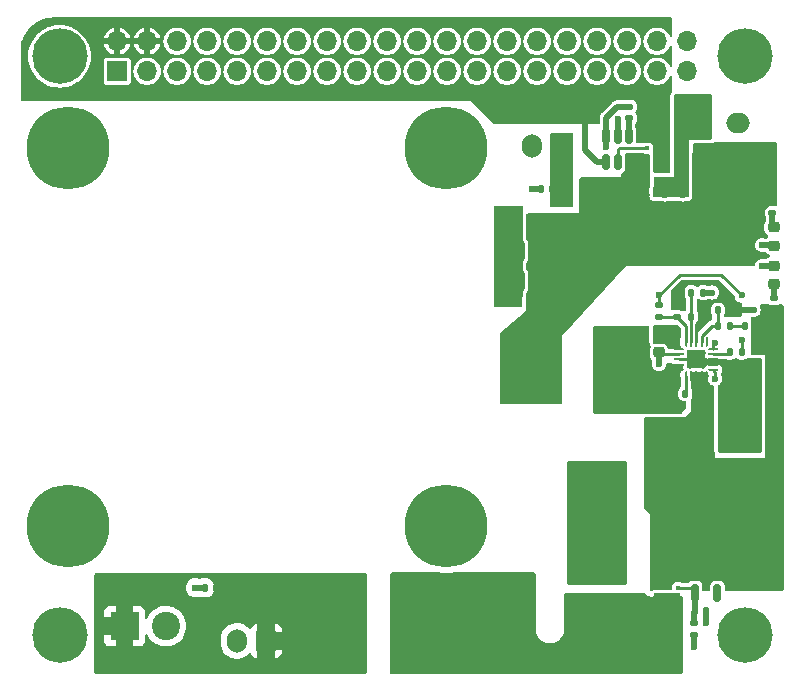
<source format=gbr>
%TF.GenerationSoftware,KiCad,Pcbnew,7.0.2*%
%TF.CreationDate,2023-08-03T10:05:33+01:00*%
%TF.ProjectId,ElectriPi,456c6563-7472-4695-9069-2e6b69636164,rev?*%
%TF.SameCoordinates,Original*%
%TF.FileFunction,Copper,L1,Top*%
%TF.FilePolarity,Positive*%
%FSLAX46Y46*%
G04 Gerber Fmt 4.6, Leading zero omitted, Abs format (unit mm)*
G04 Created by KiCad (PCBNEW 7.0.2) date 2023-08-03 10:05:33*
%MOMM*%
%LPD*%
G01*
G04 APERTURE LIST*
G04 Aperture macros list*
%AMRoundRect*
0 Rectangle with rounded corners*
0 $1 Rounding radius*
0 $2 $3 $4 $5 $6 $7 $8 $9 X,Y pos of 4 corners*
0 Add a 4 corners polygon primitive as box body*
4,1,4,$2,$3,$4,$5,$6,$7,$8,$9,$2,$3,0*
0 Add four circle primitives for the rounded corners*
1,1,$1+$1,$2,$3*
1,1,$1+$1,$4,$5*
1,1,$1+$1,$6,$7*
1,1,$1+$1,$8,$9*
0 Add four rect primitives between the rounded corners*
20,1,$1+$1,$2,$3,$4,$5,0*
20,1,$1+$1,$4,$5,$6,$7,0*
20,1,$1+$1,$6,$7,$8,$9,0*
20,1,$1+$1,$8,$9,$2,$3,0*%
%AMFreePoly0*
4,1,15,1.100000,0.175000,0.750000,0.175000,0.750000,-0.175000,1.100000,-0.175000,1.100000,-0.475000,0.750000,-0.475000,-0.750000,-0.475000,-1.100000,-0.475000,-1.100000,-0.175000,-0.750000,-0.175000,-0.750000,0.175000,-1.100000,0.175000,-1.100000,0.475000,1.100000,0.475000,1.100000,0.175000,1.100000,0.175000,$1*%
%AMFreePoly1*
4,1,14,0.289644,0.110355,0.410355,-0.010356,0.425000,-0.045711,0.425000,-0.075000,0.410355,-0.110355,0.375000,-0.125000,-0.375000,-0.125000,-0.410355,-0.110355,-0.425000,-0.075000,-0.425000,0.075000,-0.410355,0.110355,-0.375000,0.125000,0.254289,0.125000,0.289644,0.110355,0.289644,0.110355,$1*%
%AMFreePoly2*
4,1,14,0.410355,0.110355,0.425000,0.075000,0.425000,0.045711,0.410355,0.010356,0.289644,-0.110355,0.254289,-0.125000,-0.375000,-0.125000,-0.410355,-0.110355,-0.425000,-0.075000,-0.425000,0.075000,-0.410355,0.110355,-0.375000,0.125000,0.375000,0.125000,0.410355,0.110355,0.410355,0.110355,$1*%
%AMFreePoly3*
4,1,14,0.110355,0.410355,0.125000,0.375000,0.125000,-0.375000,0.110355,-0.410355,0.075000,-0.425000,-0.075000,-0.425000,-0.110355,-0.410355,-0.125000,-0.375000,-0.125000,0.254289,-0.110355,0.289644,0.010356,0.410355,0.045711,0.425000,0.075000,0.425000,0.110355,0.410355,0.110355,0.410355,$1*%
%AMFreePoly4*
4,1,14,-0.010356,0.410355,0.110355,0.289644,0.125000,0.254289,0.125000,-0.375000,0.110355,-0.410355,0.075000,-0.425000,-0.075000,-0.425000,-0.110355,-0.410355,-0.125000,-0.375000,-0.125000,0.375000,-0.110355,0.410355,-0.075000,0.425000,-0.045711,0.425000,-0.010356,0.410355,-0.010356,0.410355,$1*%
%AMFreePoly5*
4,1,14,0.410355,0.110355,0.425000,0.075000,0.425000,-0.075000,0.410355,-0.110355,0.375000,-0.125000,-0.254289,-0.125000,-0.289644,-0.110355,-0.410355,0.010356,-0.425000,0.045711,-0.425000,0.075000,-0.410355,0.110355,-0.375000,0.125000,0.375000,0.125000,0.410355,0.110355,0.410355,0.110355,$1*%
%AMFreePoly6*
4,1,14,0.410355,0.110355,0.425000,0.075000,0.425000,-0.075000,0.410355,-0.110355,0.375000,-0.125000,-0.375000,-0.125000,-0.410355,-0.110355,-0.425000,-0.075000,-0.425000,-0.045711,-0.410355,-0.010356,-0.289644,0.110355,-0.254289,0.125000,0.375000,0.125000,0.410355,0.110355,0.410355,0.110355,$1*%
%AMFreePoly7*
4,1,14,0.110355,0.410355,0.125000,0.375000,0.125000,-0.254289,0.110355,-0.289644,-0.010356,-0.410355,-0.045711,-0.425000,-0.075000,-0.425000,-0.110355,-0.410355,-0.125000,-0.375000,-0.125000,0.375000,-0.110355,0.410355,-0.075000,0.425000,0.075000,0.425000,0.110355,0.410355,0.110355,0.410355,$1*%
%AMFreePoly8*
4,1,14,0.110355,0.410355,0.125000,0.375000,0.125000,-0.375000,0.110355,-0.410355,0.075000,-0.425000,0.045711,-0.425000,0.010356,-0.410355,-0.110355,-0.289644,-0.125000,-0.254289,-0.125000,0.375000,-0.110355,0.410355,-0.075000,0.425000,0.075000,0.425000,0.110355,0.410355,0.110355,0.410355,$1*%
G04 Aperture macros list end*
%TA.AperFunction,ComponentPad*%
%ADD10RoundRect,0.250000X0.750000X-0.600000X0.750000X0.600000X-0.750000X0.600000X-0.750000X-0.600000X0*%
%TD*%
%TA.AperFunction,ComponentPad*%
%ADD11O,2.000000X1.700000*%
%TD*%
%TA.AperFunction,SMDPad,CuDef*%
%ADD12RoundRect,0.135000X-0.135000X-0.185000X0.135000X-0.185000X0.135000X0.185000X-0.135000X0.185000X0*%
%TD*%
%TA.AperFunction,SMDPad,CuDef*%
%ADD13RoundRect,0.250000X-0.250000X-0.475000X0.250000X-0.475000X0.250000X0.475000X-0.250000X0.475000X0*%
%TD*%
%TA.AperFunction,SMDPad,CuDef*%
%ADD14RoundRect,0.150000X0.150000X-0.587500X0.150000X0.587500X-0.150000X0.587500X-0.150000X-0.587500X0*%
%TD*%
%TA.AperFunction,SMDPad,CuDef*%
%ADD15RoundRect,0.140000X-0.170000X0.140000X-0.170000X-0.140000X0.170000X-0.140000X0.170000X0.140000X0*%
%TD*%
%TA.AperFunction,SMDPad,CuDef*%
%ADD16RoundRect,0.140000X0.140000X0.170000X-0.140000X0.170000X-0.140000X-0.170000X0.140000X-0.170000X0*%
%TD*%
%TA.AperFunction,SMDPad,CuDef*%
%ADD17FreePoly0,270.000000*%
%TD*%
%TA.AperFunction,SMDPad,CuDef*%
%ADD18R,0.300000X0.350000*%
%TD*%
%TA.AperFunction,SMDPad,CuDef*%
%ADD19R,0.235000X0.870000*%
%TD*%
%TA.AperFunction,SMDPad,CuDef*%
%ADD20RoundRect,0.135000X0.135000X0.185000X-0.135000X0.185000X-0.135000X-0.185000X0.135000X-0.185000X0*%
%TD*%
%TA.AperFunction,ComponentPad*%
%ADD21C,4.700000*%
%TD*%
%TA.AperFunction,SMDPad,CuDef*%
%ADD22RoundRect,0.140000X-0.140000X-0.170000X0.140000X-0.170000X0.140000X0.170000X-0.140000X0.170000X0*%
%TD*%
%TA.AperFunction,SMDPad,CuDef*%
%ADD23R,0.200000X0.280000*%
%TD*%
%TA.AperFunction,ComponentPad*%
%ADD24RoundRect,0.250000X0.600000X0.750000X-0.600000X0.750000X-0.600000X-0.750000X0.600000X-0.750000X0*%
%TD*%
%TA.AperFunction,ComponentPad*%
%ADD25O,1.700000X2.000000*%
%TD*%
%TA.AperFunction,ComponentPad*%
%ADD26R,2.400000X2.400000*%
%TD*%
%TA.AperFunction,ComponentPad*%
%ADD27C,2.400000*%
%TD*%
%TA.AperFunction,SMDPad,CuDef*%
%ADD28RoundRect,0.225000X0.250000X-0.225000X0.250000X0.225000X-0.250000X0.225000X-0.250000X-0.225000X0*%
%TD*%
%TA.AperFunction,SMDPad,CuDef*%
%ADD29RoundRect,0.250000X0.325000X0.650000X-0.325000X0.650000X-0.325000X-0.650000X0.325000X-0.650000X0*%
%TD*%
%TA.AperFunction,SMDPad,CuDef*%
%ADD30FreePoly0,180.000000*%
%TD*%
%TA.AperFunction,SMDPad,CuDef*%
%ADD31R,0.350000X0.300000*%
%TD*%
%TA.AperFunction,SMDPad,CuDef*%
%ADD32R,0.870000X0.235000*%
%TD*%
%TA.AperFunction,SMDPad,CuDef*%
%ADD33RoundRect,0.135000X0.185000X-0.135000X0.185000X0.135000X-0.185000X0.135000X-0.185000X-0.135000X0*%
%TD*%
%TA.AperFunction,SMDPad,CuDef*%
%ADD34RoundRect,0.250000X-1.400000X-1.000000X1.400000X-1.000000X1.400000X1.000000X-1.400000X1.000000X0*%
%TD*%
%TA.AperFunction,SMDPad,CuDef*%
%ADD35FreePoly1,90.000000*%
%TD*%
%TA.AperFunction,SMDPad,CuDef*%
%ADD36RoundRect,0.062500X0.062500X-0.362500X0.062500X0.362500X-0.062500X0.362500X-0.062500X-0.362500X0*%
%TD*%
%TA.AperFunction,SMDPad,CuDef*%
%ADD37FreePoly2,90.000000*%
%TD*%
%TA.AperFunction,SMDPad,CuDef*%
%ADD38FreePoly3,90.000000*%
%TD*%
%TA.AperFunction,SMDPad,CuDef*%
%ADD39RoundRect,0.062500X0.362500X-0.062500X0.362500X0.062500X-0.362500X0.062500X-0.362500X-0.062500X0*%
%TD*%
%TA.AperFunction,SMDPad,CuDef*%
%ADD40FreePoly4,90.000000*%
%TD*%
%TA.AperFunction,SMDPad,CuDef*%
%ADD41FreePoly5,90.000000*%
%TD*%
%TA.AperFunction,SMDPad,CuDef*%
%ADD42FreePoly6,90.000000*%
%TD*%
%TA.AperFunction,SMDPad,CuDef*%
%ADD43FreePoly7,90.000000*%
%TD*%
%TA.AperFunction,SMDPad,CuDef*%
%ADD44FreePoly8,90.000000*%
%TD*%
%TA.AperFunction,ComponentPad*%
%ADD45C,0.500000*%
%TD*%
%TA.AperFunction,SMDPad,CuDef*%
%ADD46R,1.600000X1.600000*%
%TD*%
%TA.AperFunction,SMDPad,CuDef*%
%ADD47RoundRect,0.150000X-0.150000X0.512500X-0.150000X-0.512500X0.150000X-0.512500X0.150000X0.512500X0*%
%TD*%
%TA.AperFunction,SMDPad,CuDef*%
%ADD48R,4.240000X3.810000*%
%TD*%
%TA.AperFunction,SMDPad,CuDef*%
%ADD49RoundRect,0.250000X1.500000X1.000000X-1.500000X1.000000X-1.500000X-1.000000X1.500000X-1.000000X0*%
%TD*%
%TA.AperFunction,SMDPad,CuDef*%
%ADD50RoundRect,0.135000X-0.185000X0.135000X-0.185000X-0.135000X0.185000X-0.135000X0.185000X0.135000X0*%
%TD*%
%TA.AperFunction,SMDPad,CuDef*%
%ADD51RoundRect,0.218750X-0.256250X0.218750X-0.256250X-0.218750X0.256250X-0.218750X0.256250X0.218750X0*%
%TD*%
%TA.AperFunction,ComponentPad*%
%ADD52C,7.000000*%
%TD*%
%TA.AperFunction,SMDPad,CuDef*%
%ADD53RoundRect,0.218750X0.256250X-0.218750X0.256250X0.218750X-0.256250X0.218750X-0.256250X-0.218750X0*%
%TD*%
%TA.AperFunction,SMDPad,CuDef*%
%ADD54R,3.175000X4.950000*%
%TD*%
%TA.AperFunction,ComponentPad*%
%ADD55R,1.700000X1.700000*%
%TD*%
%TA.AperFunction,ComponentPad*%
%ADD56O,1.700000X1.700000*%
%TD*%
%TA.AperFunction,ViaPad*%
%ADD57C,0.600000*%
%TD*%
%TA.AperFunction,Conductor*%
%ADD58C,0.500000*%
%TD*%
%TA.AperFunction,Conductor*%
%ADD59C,0.250000*%
%TD*%
G04 APERTURE END LIST*
D10*
%TO.P,J8,1,Pin_1*%
%TO.N,+5V*%
X146200000Y-64900000D03*
D11*
%TO.P,J8,2,Pin_2*%
%TO.N,GND*%
X146200000Y-62400000D03*
%TD*%
D12*
%TO.P,R11,1*%
%TO.N,Net-(IC2-EN)*%
X144490000Y-78250000D03*
%TO.P,R11,2*%
%TO.N,GND*%
X145510000Y-78250000D03*
%TD*%
D13*
%TO.P,C12,1*%
%TO.N,5V_PI*%
X139550000Y-60900000D03*
%TO.P,C12,2*%
%TO.N,GND*%
X141450000Y-60900000D03*
%TD*%
D14*
%TO.P,D4,1,A*%
%TO.N,Net-(D4-A)*%
X142550000Y-102187500D03*
%TO.P,D4,2,NC*%
%TO.N,unconnected-(D4-NC-Pad2)*%
X144450000Y-102187500D03*
%TO.P,D4,3,K*%
%TO.N,Vin*%
X143500000Y-100312500D03*
%TD*%
D15*
%TO.P,C9,1*%
%TO.N,+5V*%
X137000000Y-61020000D03*
%TO.P,C9,2*%
%TO.N,Net-(U1-VCAP)*%
X137000000Y-61980000D03*
%TD*%
D16*
%TO.P,C8,1*%
%TO.N,BST*%
X141730000Y-85300000D03*
%TO.P,C8,2*%
%TO.N,SW*%
X140770000Y-85300000D03*
%TD*%
D17*
%TO.P,Q2,1,D*%
%TO.N,5V_PI*%
X139500000Y-65450000D03*
D18*
%TO.P,Q2,3,G*%
%TO.N,Net-(Q2-G)*%
X138525000Y-64525000D03*
D19*
%TO.P,Q2,4,S*%
%TO.N,+5V*%
X138525000Y-65490000D03*
D18*
X138525000Y-66375000D03*
%TD*%
D20*
%TO.P,R13,1*%
%TO.N,+5V*%
X143260000Y-76750000D03*
%TO.P,R13,2*%
%TO.N,FB*%
X142240000Y-76750000D03*
%TD*%
D21*
%TO.P,H2,1*%
%TO.N,N/C*%
X88750000Y-56750000D03*
%TD*%
D22*
%TO.P,C14,1*%
%TO.N,GND*%
X129520000Y-68000000D03*
%TO.P,C14,2*%
%TO.N,Net-(J3-Pin_1)*%
X130480000Y-68000000D03*
%TD*%
D23*
%TO.P,D6,1,A1*%
%TO.N,GND*%
X139050000Y-68450000D03*
%TO.P,D6,2,A2*%
%TO.N,+5V*%
X138650000Y-68450000D03*
%TD*%
D24*
%TO.P,J2,1,Pin_1*%
%TO.N,Net-(J1-Pin_1)*%
X106250000Y-106250000D03*
D25*
%TO.P,J2,2,Pin_2*%
%TO.N,GND*%
X103750000Y-106250000D03*
%TD*%
D26*
%TO.P,J1,1,Pin_1*%
%TO.N,Net-(J1-Pin_1)*%
X94250000Y-105000000D03*
D27*
%TO.P,J1,2,Pin_2*%
%TO.N,GND*%
X97750000Y-105000000D03*
%TD*%
D28*
%TO.P,C3,1*%
%TO.N,VCC*%
X139500000Y-81825000D03*
%TO.P,C3,2*%
%TO.N,GND*%
X139500000Y-80275000D03*
%TD*%
D12*
%TO.P,R14,1*%
%TO.N,FB*%
X142240000Y-78800000D03*
%TO.P,R14,2*%
%TO.N,GND*%
X143260000Y-78800000D03*
%TD*%
D16*
%TO.P,C15,1*%
%TO.N,+5V*%
X142750000Y-64550000D03*
%TO.P,C15,2*%
%TO.N,GND*%
X141790000Y-64550000D03*
%TD*%
D29*
%TO.P,C5,1*%
%TO.N,+5V*%
X130475000Y-73250000D03*
%TO.P,C5,2*%
%TO.N,GND*%
X127525000Y-73250000D03*
%TD*%
D30*
%TO.P,Q1,1,D*%
%TO.N,Net-(D1-A2)*%
X140175000Y-102725000D03*
D31*
%TO.P,Q1,3,G*%
%TO.N,Net-(D4-A)*%
X141100000Y-101750000D03*
D32*
%TO.P,Q1,4,S*%
%TO.N,Vin*%
X140135000Y-101750000D03*
D31*
X139250000Y-101750000D03*
%TD*%
D33*
%TO.P,R3,1*%
%TO.N,GND*%
X142500000Y-105760000D03*
%TO.P,R3,2*%
%TO.N,Net-(D4-A)*%
X142500000Y-104740000D03*
%TD*%
D34*
%TO.P,D1,1,A1*%
%TO.N,GND*%
X135000000Y-100100000D03*
%TO.P,D1,2,A2*%
%TO.N,Net-(D1-A2)*%
X135000000Y-106900000D03*
%TD*%
D12*
%TO.P,R1,1*%
%TO.N,Net-(R1-Pad1)*%
X146740000Y-79550000D03*
%TO.P,R1,2*%
%TO.N,Vin*%
X147760000Y-79550000D03*
%TD*%
D13*
%TO.P,C11,1*%
%TO.N,5V_PI*%
X139550000Y-63000000D03*
%TO.P,C11,2*%
%TO.N,GND*%
X141450000Y-63000000D03*
%TD*%
D22*
%TO.P,C6,1*%
%TO.N,Vin*%
X143750000Y-85300000D03*
%TO.P,C6,2*%
%TO.N,GND*%
X144710000Y-85300000D03*
%TD*%
D33*
%TO.P,R5,1*%
%TO.N,Net-(IC2-MODE)*%
X141000000Y-78810000D03*
%TO.P,R5,2*%
%TO.N,GND*%
X141000000Y-77790000D03*
%TD*%
D35*
%TO.P,IC2,1,BST*%
%TO.N,BST*%
X141750000Y-83850000D03*
D36*
%TO.P,IC2,2,VIN_1*%
%TO.N,Vin*%
X142200000Y-83850000D03*
%TO.P,IC2,3,VIN_2*%
X142650000Y-83850000D03*
%TO.P,IC2,4,VIN_3*%
X143100000Y-83850000D03*
D37*
%TO.P,IC2,5,VIN_4*%
X143550000Y-83850000D03*
D38*
%TO.P,IC2,6,SW_1*%
%TO.N,SW*%
X144100000Y-83300000D03*
D39*
%TO.P,IC2,7,PGND_1*%
%TO.N,GND*%
X144100000Y-82850000D03*
%TO.P,IC2,8,PGND_2*%
X144100000Y-82400000D03*
%TO.P,IC2,9,PGOOD*%
%TO.N,Net-(IC2-PGOOD)*%
X144100000Y-81950000D03*
D40*
%TO.P,IC2,10,NC_1*%
%TO.N,GND*%
X144100000Y-81500000D03*
D41*
%TO.P,IC2,11,SS*%
%TO.N,unconnected-(IC2-SS-Pad11)*%
X143550000Y-80950000D03*
D36*
%TO.P,IC2,12,EN*%
%TO.N,Net-(IC2-EN)*%
X143100000Y-80950000D03*
%TO.P,IC2,13,AGND*%
%TO.N,GND*%
X142650000Y-80950000D03*
%TO.P,IC2,14,FB*%
%TO.N,FB*%
X142200000Y-80950000D03*
D42*
%TO.P,IC2,15,MODE*%
%TO.N,Net-(IC2-MODE)*%
X141750000Y-80950000D03*
D43*
%TO.P,IC2,16,NC_2*%
%TO.N,GND*%
X141200000Y-81500000D03*
D39*
%TO.P,IC2,17,VCC*%
%TO.N,VCC*%
X141200000Y-81950000D03*
%TO.P,IC2,18,PGND_3*%
%TO.N,GND*%
X141200000Y-82400000D03*
%TO.P,IC2,19,SW_2*%
%TO.N,SW*%
X141200000Y-82850000D03*
D44*
%TO.P,IC2,20,SW_3*%
X141200000Y-83300000D03*
D45*
%TO.P,IC2,21,PGND_4*%
%TO.N,GND*%
X142100000Y-82950000D03*
X143200000Y-82950000D03*
D46*
X142650000Y-82400000D03*
D45*
X142100000Y-81850000D03*
X143200000Y-81850000D03*
%TD*%
D20*
%TO.P,R12,1*%
%TO.N,VCC*%
X146510000Y-81800000D03*
%TO.P,R12,2*%
%TO.N,Net-(IC2-PGOOD)*%
X145490000Y-81800000D03*
%TD*%
D29*
%TO.P,C4,1*%
%TO.N,+5V*%
X130475000Y-75750000D03*
%TO.P,C4,2*%
%TO.N,GND*%
X127525000Y-75750000D03*
%TD*%
D47*
%TO.P,U1,1,VCAP*%
%TO.N,Net-(U1-VCAP)*%
X136950000Y-63462500D03*
%TO.P,U1,2,GND*%
%TO.N,GND*%
X136000000Y-63462500D03*
%TO.P,U1,3,EN*%
%TO.N,+5V*%
X135050000Y-63462500D03*
%TO.P,U1,4,CATHODE*%
%TO.N,5V_PI*%
X135050000Y-65737500D03*
%TO.P,U1,5,GATE*%
%TO.N,Net-(Q2-G)*%
X136000000Y-65737500D03*
%TO.P,U1,6,ANODE*%
%TO.N,+5V*%
X136950000Y-65737500D03*
%TD*%
D33*
%TO.P,R6,1*%
%TO.N,Net-(D3-A)*%
X149100000Y-70010000D03*
%TO.P,R6,2*%
%TO.N,+5V*%
X149100000Y-68990000D03*
%TD*%
D48*
%TO.P,F1,1*%
%TO.N,Net-(J1-Pin_1)*%
X112565000Y-106500000D03*
%TO.P,F1,2*%
%TO.N,Net-(D1-A2)*%
X118935000Y-106500000D03*
%TD*%
D49*
%TO.P,C18,1*%
%TO.N,Vin*%
X140000000Y-93750000D03*
%TO.P,C18,2*%
%TO.N,GND*%
X133500000Y-93750000D03*
%TD*%
D24*
%TO.P,J3,1,Pin_1*%
%TO.N,Net-(J3-Pin_1)*%
X131250000Y-64350000D03*
D25*
%TO.P,J3,2,Pin_2*%
%TO.N,GND*%
X128750000Y-64350000D03*
%TD*%
D13*
%TO.P,C1,1*%
%TO.N,Vin*%
X143500000Y-87000000D03*
%TO.P,C1,2*%
%TO.N,GND*%
X145400000Y-87000000D03*
%TD*%
D21*
%TO.P,H3,1*%
%TO.N,N/C*%
X146750000Y-56750000D03*
%TD*%
D16*
%TO.P,C7,1*%
%TO.N,+5V*%
X128480000Y-77500000D03*
%TO.P,C7,2*%
%TO.N,GND*%
X127520000Y-77500000D03*
%TD*%
D50*
%TO.P,R4,1*%
%TO.N,VCC*%
X139500000Y-77790000D03*
%TO.P,R4,2*%
%TO.N,Net-(IC2-MODE)*%
X139500000Y-78810000D03*
%TD*%
D13*
%TO.P,C2,1*%
%TO.N,Vin*%
X143500000Y-89250000D03*
%TO.P,C2,2*%
%TO.N,GND*%
X145400000Y-89250000D03*
%TD*%
D51*
%TO.P,D5,1,K*%
%TO.N,GND*%
X149200000Y-74462500D03*
%TO.P,D5,2,A*%
%TO.N,Net-(D5-A)*%
X149200000Y-76037500D03*
%TD*%
D52*
%TO.P,U2,1*%
%TO.N,N/C*%
X89500000Y-64500000D03*
%TO.P,U2,2*%
X121500000Y-64500000D03*
%TO.P,U2,3*%
X89500000Y-96500000D03*
%TO.P,U2,4*%
X121500000Y-96500000D03*
%TD*%
D22*
%TO.P,C10,1*%
%TO.N,+5V*%
X138500000Y-67450000D03*
%TO.P,C10,2*%
%TO.N,GND*%
X139460000Y-67450000D03*
%TD*%
D53*
%TO.P,D3,1,K*%
%TO.N,GND*%
X149200000Y-72787500D03*
%TO.P,D3,2,A*%
%TO.N,Net-(D3-A)*%
X149200000Y-71212500D03*
%TD*%
D54*
%TO.P,L1,1,1*%
%TO.N,SW*%
X136757500Y-83500000D03*
%TO.P,L1,2,2*%
%TO.N,+5V*%
X127742500Y-83500000D03*
%TD*%
D50*
%TO.P,R8,1*%
%TO.N,Net-(D5-A)*%
X149250000Y-77240000D03*
%TO.P,R8,2*%
%TO.N,Vin*%
X149250000Y-78260000D03*
%TD*%
D21*
%TO.P,H1,1*%
%TO.N,N/C*%
X146750000Y-105750000D03*
%TD*%
%TO.P,H4,1*%
%TO.N,N/C*%
X88750000Y-105750000D03*
%TD*%
D22*
%TO.P,C17,1*%
%TO.N,Net-(D4-A)*%
X142520000Y-103750000D03*
%TO.P,C17,2*%
%TO.N,GND*%
X143480000Y-103750000D03*
%TD*%
%TO.P,C13,1*%
%TO.N,GND*%
X101020000Y-101750000D03*
%TO.P,C13,2*%
%TO.N,Net-(J1-Pin_1)*%
X101980000Y-101750000D03*
%TD*%
D20*
%TO.P,R7,1*%
%TO.N,Net-(R1-Pad1)*%
X145510000Y-79550000D03*
%TO.P,R7,2*%
%TO.N,Net-(IC2-EN)*%
X144490000Y-79550000D03*
%TD*%
D55*
%TO.P,J6,1,3V3*%
%TO.N,unconnected-(J6-3V3-Pad1)*%
X93620000Y-58020000D03*
D56*
%TO.P,J6,2,5V*%
%TO.N,5V_PI*%
X93620000Y-55480000D03*
%TO.P,J6,3,SDA/GPIO2*%
%TO.N,unconnected-(J6-SDA{slash}GPIO2-Pad3)*%
X96160000Y-58020000D03*
%TO.P,J6,4,5V*%
%TO.N,5V_PI*%
X96160000Y-55480000D03*
%TO.P,J6,5,SCL/GPIO3*%
%TO.N,unconnected-(J6-SCL{slash}GPIO3-Pad5)*%
X98700000Y-58020000D03*
%TO.P,J6,6,GND*%
%TO.N,GND*%
X98700000Y-55480000D03*
%TO.P,J6,7,GCLK0/GPIO4*%
%TO.N,unconnected-(J6-GCLK0{slash}GPIO4-Pad7)*%
X101240000Y-58020000D03*
%TO.P,J6,8,GPIO14/TXD*%
%TO.N,unconnected-(J6-GPIO14{slash}TXD-Pad8)*%
X101240000Y-55480000D03*
%TO.P,J6,9,GND*%
%TO.N,GND*%
X103780000Y-58020000D03*
%TO.P,J6,10,GPIO15/RXD*%
%TO.N,unconnected-(J6-GPIO15{slash}RXD-Pad10)*%
X103780000Y-55480000D03*
%TO.P,J6,11,GPIO17*%
%TO.N,unconnected-(J6-GPIO17-Pad11)*%
X106320000Y-58020000D03*
%TO.P,J6,12,GPIO18/PWM0*%
%TO.N,unconnected-(J6-GPIO18{slash}PWM0-Pad12)*%
X106320000Y-55480000D03*
%TO.P,J6,13,GPIO27*%
%TO.N,unconnected-(J6-GPIO27-Pad13)*%
X108860000Y-58020000D03*
%TO.P,J6,14,GND*%
%TO.N,GND*%
X108860000Y-55480000D03*
%TO.P,J6,15,GPIO22*%
%TO.N,unconnected-(J6-GPIO22-Pad15)*%
X111400000Y-58020000D03*
%TO.P,J6,16,GPIO23*%
%TO.N,unconnected-(J6-GPIO23-Pad16)*%
X111400000Y-55480000D03*
%TO.P,J6,17,3V3*%
%TO.N,unconnected-(J6-3V3-Pad17)*%
X113940000Y-58020000D03*
%TO.P,J6,18,GPIO24*%
%TO.N,unconnected-(J6-GPIO24-Pad18)*%
X113940000Y-55480000D03*
%TO.P,J6,19,MOSI0/GPIO10*%
%TO.N,unconnected-(J6-MOSI0{slash}GPIO10-Pad19)*%
X116480000Y-58020000D03*
%TO.P,J6,20,GND*%
%TO.N,GND*%
X116480000Y-55480000D03*
%TO.P,J6,21,MISO0/GPIO9*%
%TO.N,unconnected-(J6-MISO0{slash}GPIO9-Pad21)*%
X119020000Y-58020000D03*
%TO.P,J6,22,GPIO25*%
%TO.N,unconnected-(J6-GPIO25-Pad22)*%
X119020000Y-55480000D03*
%TO.P,J6,23,SCLK0/GPIO11*%
%TO.N,unconnected-(J6-SCLK0{slash}GPIO11-Pad23)*%
X121560000Y-58020000D03*
%TO.P,J6,24,~{CE0}/GPIO8*%
%TO.N,unconnected-(J6-~{CE0}{slash}GPIO8-Pad24)*%
X121560000Y-55480000D03*
%TO.P,J6,25,GND*%
%TO.N,GND*%
X124100000Y-58020000D03*
%TO.P,J6,26,~{CE1}/GPIO7*%
%TO.N,unconnected-(J6-~{CE1}{slash}GPIO7-Pad26)*%
X124100000Y-55480000D03*
%TO.P,J6,27,ID_SD/GPIO0*%
%TO.N,unconnected-(J6-ID_SD{slash}GPIO0-Pad27)*%
X126640000Y-58020000D03*
%TO.P,J6,28,ID_SC/GPIO1*%
%TO.N,unconnected-(J6-ID_SC{slash}GPIO1-Pad28)*%
X126640000Y-55480000D03*
%TO.P,J6,29,GCLK1/GPIO5*%
%TO.N,unconnected-(J6-GCLK1{slash}GPIO5-Pad29)*%
X129180000Y-58020000D03*
%TO.P,J6,30,GND*%
%TO.N,GND*%
X129180000Y-55480000D03*
%TO.P,J6,31,GCLK2/GPIO6*%
%TO.N,unconnected-(J6-GCLK2{slash}GPIO6-Pad31)*%
X131720000Y-58020000D03*
%TO.P,J6,32,PWM0/GPIO12*%
%TO.N,unconnected-(J6-PWM0{slash}GPIO12-Pad32)*%
X131720000Y-55480000D03*
%TO.P,J6,33,PWM1/GPIO13*%
%TO.N,unconnected-(J6-PWM1{slash}GPIO13-Pad33)*%
X134260000Y-58020000D03*
%TO.P,J6,34,GND*%
%TO.N,GND*%
X134260000Y-55480000D03*
%TO.P,J6,35,GPIO19/MISO1*%
%TO.N,unconnected-(J6-GPIO19{slash}MISO1-Pad35)*%
X136800000Y-58020000D03*
%TO.P,J6,36,GPIO16*%
%TO.N,unconnected-(J6-GPIO16-Pad36)*%
X136800000Y-55480000D03*
%TO.P,J6,37,GPIO26*%
%TO.N,unconnected-(J6-GPIO26-Pad37)*%
X139340000Y-58020000D03*
%TO.P,J6,38,GPIO20/MOSI1*%
%TO.N,unconnected-(J6-GPIO20{slash}MOSI1-Pad38)*%
X139340000Y-55480000D03*
%TO.P,J6,39,GND*%
%TO.N,GND*%
X141880000Y-58020000D03*
%TO.P,J6,40,GPIO21/SCLK1*%
%TO.N,unconnected-(J6-GPIO21{slash}SCLK1-Pad40)*%
X141880000Y-55480000D03*
%TD*%
D57*
%TO.N,VCC*%
X139500000Y-82800000D03*
X146500000Y-77000000D03*
X146500000Y-80800000D03*
X139500000Y-77000000D03*
%TO.N,GND*%
X141500000Y-65450000D03*
X147500000Y-84500000D03*
X136000000Y-62050000D03*
X126250000Y-73750000D03*
X146250000Y-83750000D03*
X126250000Y-73000000D03*
X133750000Y-97000000D03*
X147500000Y-87500000D03*
X146500000Y-85000000D03*
X135000000Y-95750000D03*
X145750000Y-83250000D03*
X144250000Y-81050000D03*
X146500000Y-89500000D03*
X143500000Y-60350000D03*
X126250000Y-70000000D03*
X136250000Y-95750000D03*
X132250000Y-99500000D03*
X142500000Y-61350000D03*
X145750000Y-84250000D03*
X133750000Y-98000000D03*
X135000000Y-97000000D03*
X142500000Y-63350000D03*
X141500000Y-67450000D03*
X140750000Y-80000000D03*
X145750000Y-85000000D03*
X148250000Y-72750000D03*
X145250000Y-83750000D03*
X141500000Y-68450000D03*
X142500000Y-60350000D03*
X132250000Y-98000000D03*
X100250000Y-101750000D03*
X132250000Y-97000000D03*
X141500000Y-66450000D03*
X146750000Y-83250000D03*
X136250000Y-91500000D03*
X127000000Y-70750000D03*
X142500000Y-62350000D03*
X147500000Y-88500000D03*
X146500000Y-85750000D03*
X126250000Y-76750000D03*
X128750000Y-68000000D03*
X140000000Y-68450000D03*
X135000000Y-91500000D03*
X146750000Y-84250000D03*
X136250000Y-94250000D03*
X145250000Y-82750000D03*
X143500000Y-62350000D03*
X145750000Y-85750000D03*
X126250000Y-77500000D03*
X146250000Y-82750000D03*
X133750000Y-91500000D03*
X132250000Y-91500000D03*
X136250000Y-98000000D03*
X147500000Y-78250000D03*
X147500000Y-89500000D03*
X140750000Y-80750000D03*
X126250000Y-72250000D03*
X146500000Y-88500000D03*
X133750000Y-95750000D03*
X126250000Y-76000000D03*
X136250000Y-92750000D03*
X143500000Y-63350000D03*
X143500000Y-61350000D03*
X127000000Y-70000000D03*
X136250000Y-97000000D03*
X135000000Y-98000000D03*
X147500000Y-83500000D03*
X140500000Y-67450000D03*
X132250000Y-95750000D03*
X142500000Y-106750000D03*
X126250000Y-75250000D03*
X126250000Y-70750000D03*
X132250000Y-101000000D03*
X148250000Y-74500000D03*
X147500000Y-85500000D03*
X143500000Y-104750000D03*
X146500000Y-86500000D03*
X127000000Y-71500000D03*
X147500000Y-86500000D03*
X126250000Y-71500000D03*
X126250000Y-74500000D03*
X146500000Y-87500000D03*
%TO.N,+5V*%
X144000000Y-76750000D03*
X136000000Y-72500000D03*
X135050000Y-64450000D03*
X135050000Y-67650000D03*
X144000000Y-74000000D03*
X139000000Y-72500000D03*
%TO.N,Vin*%
X149500000Y-80500000D03*
X149500000Y-79750000D03*
X140750000Y-96750000D03*
X149500000Y-81250000D03*
X149500000Y-79000000D03*
X140750000Y-99250000D03*
%TO.N,5V_PI*%
X128500000Y-61500000D03*
X131500000Y-61500000D03*
%TO.N,Net-(J1-Pin_1)*%
X108250000Y-102000000D03*
X111750000Y-102000000D03*
%TO.N,SW*%
X144250000Y-84050000D03*
X141125500Y-84050000D03*
%TO.N,Net-(J3-Pin_1)*%
X130750000Y-69000000D03*
X131750000Y-69000000D03*
%TO.N,Net-(D1-A2)*%
X122500000Y-103000000D03*
X119500000Y-103000000D03*
%TD*%
D58*
%TO.N,VCC*%
X139500000Y-82800000D02*
X139500000Y-81825000D01*
D59*
X146500000Y-77000000D02*
X144750000Y-75250000D01*
X144750000Y-75250000D02*
X141250000Y-75250000D01*
X141250000Y-75250000D02*
X139500000Y-77000000D01*
X141200000Y-81950000D02*
X139625000Y-81950000D01*
X146510000Y-80810000D02*
X146500000Y-80800000D01*
X139500000Y-77000000D02*
X139500000Y-77790000D01*
X146510000Y-81800000D02*
X146510000Y-80810000D01*
%TO.N,GND*%
X142650000Y-79410000D02*
X143260000Y-78800000D01*
D58*
X148250000Y-72750000D02*
X149162500Y-72750000D01*
X136000000Y-63462500D02*
X136000000Y-62050000D01*
D59*
X144100000Y-81500000D02*
X144100000Y-81200000D01*
D58*
X142500000Y-105760000D02*
X142500000Y-106750000D01*
D59*
X144100000Y-81200000D02*
X144250000Y-81050000D01*
D58*
X143480000Y-103750000D02*
X143480000Y-104730000D01*
X129520000Y-68000000D02*
X128750000Y-68000000D01*
X148250000Y-74500000D02*
X148287500Y-74462500D01*
D59*
X139050000Y-68450000D02*
X140000000Y-68450000D01*
D58*
X147500000Y-78250000D02*
X145510000Y-78250000D01*
X143480000Y-104730000D02*
X143500000Y-104750000D01*
X101020000Y-101750000D02*
X100250000Y-101750000D01*
D59*
X141200000Y-82400000D02*
X142650000Y-82400000D01*
D58*
X148287500Y-74462500D02*
X149200000Y-74462500D01*
D59*
X142650000Y-80950000D02*
X142650000Y-79410000D01*
D58*
%TO.N,+5V*%
X144000000Y-76750000D02*
X143260000Y-76750000D01*
X135969339Y-61020000D02*
X137000000Y-61020000D01*
X135050000Y-64450000D02*
X135050000Y-61939339D01*
X135050000Y-61939339D02*
X135969339Y-61020000D01*
%TO.N,Net-(D3-A)*%
X149100000Y-70010000D02*
X149100000Y-71112500D01*
%TO.N,Net-(D5-A)*%
X149250000Y-77240000D02*
X149250000Y-76087500D01*
D59*
%TO.N,BST*%
X141750000Y-83850000D02*
X141750000Y-85280000D01*
D58*
%TO.N,5V_PI*%
X133250000Y-64700000D02*
X133250000Y-62450000D01*
X135050000Y-65737500D02*
X134287500Y-65737500D01*
X134287500Y-65737500D02*
X133250000Y-64700000D01*
D59*
%TO.N,SW*%
X144250000Y-84050000D02*
X144250000Y-83450000D01*
X144250000Y-83450000D02*
X144100000Y-83300000D01*
D58*
%TO.N,Net-(U1-VCAP)*%
X136950000Y-62030000D02*
X137000000Y-61980000D01*
X136950000Y-63462500D02*
X136950000Y-62030000D01*
%TO.N,Net-(D4-A)*%
X142500000Y-104740000D02*
X142500000Y-103770000D01*
X142520000Y-103750000D02*
X142520000Y-102217500D01*
D59*
X141100000Y-101750000D02*
X142550000Y-101750000D01*
%TO.N,Net-(IC2-PGOOD)*%
X144100000Y-81950000D02*
X145340000Y-81950000D01*
X145340000Y-81950000D02*
X145490000Y-81800000D01*
%TO.N,Net-(IC2-EN)*%
X144500000Y-78260000D02*
X144500000Y-79540000D01*
X143100000Y-80419670D02*
X143969670Y-79550000D01*
X143969670Y-79550000D02*
X144490000Y-79550000D01*
X143100000Y-80950000D02*
X143100000Y-80419670D01*
%TO.N,FB*%
X142250000Y-76760000D02*
X142250000Y-78790000D01*
X142200000Y-80950000D02*
X142200000Y-78840000D01*
%TO.N,Net-(IC2-MODE)*%
X141000000Y-78810000D02*
X139500000Y-78810000D01*
X141750000Y-80950000D02*
X141750000Y-79560000D01*
X141750000Y-79560000D02*
X141000000Y-78810000D01*
%TO.N,Net-(Q2-G)*%
X136125000Y-64525000D02*
X136000000Y-64650000D01*
X138525000Y-64525000D02*
X136125000Y-64525000D01*
X136000000Y-64650000D02*
X136000000Y-65737500D01*
%TO.N,Net-(R1-Pad1)*%
X146740000Y-79550000D02*
X145510000Y-79550000D01*
%TD*%
%TA.AperFunction,Conductor*%
%TO.N,Net-(J1-Pin_1)*%
G36*
X114692121Y-100520002D02*
G01*
X114738614Y-100573658D01*
X114750000Y-100626000D01*
X114750000Y-108923500D01*
X114729998Y-108991621D01*
X114676342Y-109038114D01*
X114624000Y-109049500D01*
X91826000Y-109049500D01*
X91757879Y-109029498D01*
X91711386Y-108975842D01*
X91700000Y-108923500D01*
X91700000Y-105750000D01*
X92542000Y-105750000D01*
X92542000Y-106245222D01*
X92542359Y-106251936D01*
X92548505Y-106309093D01*
X92599554Y-106445962D01*
X92687095Y-106562904D01*
X92804037Y-106650445D01*
X92940906Y-106701494D01*
X92998063Y-106707640D01*
X93004777Y-106708000D01*
X93500000Y-106708000D01*
X95000000Y-106708000D01*
X95495223Y-106708000D01*
X95501936Y-106707640D01*
X95559093Y-106701494D01*
X95695962Y-106650445D01*
X95812904Y-106562904D01*
X95900445Y-106445962D01*
X95951494Y-106309093D01*
X95957640Y-106251936D01*
X95958000Y-106245222D01*
X95958000Y-105776437D01*
X95978002Y-105708316D01*
X96031658Y-105661823D01*
X96101932Y-105651719D01*
X96166512Y-105681213D01*
X96201290Y-105730405D01*
X96206377Y-105743368D01*
X96334413Y-105965131D01*
X96494065Y-106165330D01*
X96494068Y-106165332D01*
X96494069Y-106165334D01*
X96580168Y-106245222D01*
X96681784Y-106339508D01*
X96837924Y-106445962D01*
X96893355Y-106483754D01*
X96959536Y-106515625D01*
X97124064Y-106594858D01*
X97178635Y-106611690D01*
X97368757Y-106670335D01*
X97621966Y-106708500D01*
X97621968Y-106708500D01*
X97878032Y-106708500D01*
X97878034Y-106708500D01*
X98131243Y-106670335D01*
X98375935Y-106594858D01*
X98606646Y-106483754D01*
X98644841Y-106457713D01*
X102391500Y-106457713D01*
X102391725Y-106460366D01*
X102391726Y-106460370D01*
X102406198Y-106630418D01*
X102464469Y-106854206D01*
X102559721Y-107064929D01*
X102626328Y-107163476D01*
X102689217Y-107256523D01*
X102849228Y-107423476D01*
X103035153Y-107560985D01*
X103241643Y-107665095D01*
X103462757Y-107732811D01*
X103692135Y-107762184D01*
X103923178Y-107752369D01*
X104149238Y-107703649D01*
X104363813Y-107617426D01*
X104560730Y-107496179D01*
X104734324Y-107343398D01*
X104756799Y-107315562D01*
X104815153Y-107275128D01*
X104886107Y-107272661D01*
X104947131Y-107308946D01*
X104962072Y-107328571D01*
X105051367Y-107473342D01*
X105176657Y-107598632D01*
X105327477Y-107691659D01*
X105495673Y-107747393D01*
X105499999Y-107747835D01*
X105500000Y-107747834D01*
X105500000Y-107000000D01*
X107000000Y-107000000D01*
X107000000Y-107747835D01*
X107004326Y-107747393D01*
X107172522Y-107691659D01*
X107323342Y-107598632D01*
X107448632Y-107473342D01*
X107541659Y-107322522D01*
X107597393Y-107154327D01*
X107607674Y-107053692D01*
X107608000Y-107047302D01*
X107608000Y-107000000D01*
X107000000Y-107000000D01*
X105500000Y-107000000D01*
X105500000Y-106321889D01*
X105750000Y-106321889D01*
X105790507Y-106459844D01*
X105868239Y-106580798D01*
X105976900Y-106674952D01*
X106107685Y-106734680D01*
X106214237Y-106750000D01*
X106285763Y-106750000D01*
X106392315Y-106734680D01*
X106523100Y-106674952D01*
X106631761Y-106580798D01*
X106709493Y-106459844D01*
X106750000Y-106321889D01*
X106750000Y-106178111D01*
X106709493Y-106040156D01*
X106631761Y-105919202D01*
X106523100Y-105825048D01*
X106392315Y-105765320D01*
X106285763Y-105750000D01*
X106214237Y-105750000D01*
X106107685Y-105765320D01*
X105976900Y-105825048D01*
X105868239Y-105919202D01*
X105790507Y-106040156D01*
X105750000Y-106178111D01*
X105750000Y-106321889D01*
X105500000Y-106321889D01*
X105500000Y-104752164D01*
X107000000Y-104752164D01*
X107000000Y-105500000D01*
X107608000Y-105500000D01*
X107608000Y-105452697D01*
X107607674Y-105446307D01*
X107597393Y-105345672D01*
X107541659Y-105177477D01*
X107448632Y-105026657D01*
X107323342Y-104901367D01*
X107172522Y-104808340D01*
X107004326Y-104752606D01*
X107000000Y-104752164D01*
X105500000Y-104752164D01*
X105495673Y-104752606D01*
X105327477Y-104808340D01*
X105176657Y-104901367D01*
X105051367Y-105026657D01*
X104961300Y-105172680D01*
X104908514Y-105220158D01*
X104838439Y-105231561D01*
X104773324Y-105203269D01*
X104763092Y-105193717D01*
X104650772Y-105076524D01*
X104552472Y-105003822D01*
X104464847Y-104939015D01*
X104258357Y-104834905D01*
X104258356Y-104834904D01*
X104258355Y-104834904D01*
X104037240Y-104767188D01*
X103807864Y-104737815D01*
X103576824Y-104747630D01*
X103350762Y-104796350D01*
X103136189Y-104882573D01*
X103136187Y-104882574D01*
X103044521Y-104939015D01*
X102939268Y-105003822D01*
X102765678Y-105156600D01*
X102620399Y-105336524D01*
X102507620Y-105538408D01*
X102507620Y-105538409D01*
X102430581Y-105756450D01*
X102391500Y-105984375D01*
X102391500Y-106457713D01*
X98644841Y-106457713D01*
X98818219Y-106339505D01*
X99005931Y-106165334D01*
X99165587Y-105965131D01*
X99293622Y-105743369D01*
X99387174Y-105505001D01*
X99444155Y-105255353D01*
X99463291Y-105000000D01*
X99444155Y-104744647D01*
X99387174Y-104494999D01*
X99293622Y-104256631D01*
X99165587Y-104034869D01*
X99125673Y-103984818D01*
X99005934Y-103834669D01*
X99005931Y-103834666D01*
X98818219Y-103660495D01*
X98606646Y-103516246D01*
X98606645Y-103516245D01*
X98606643Y-103516244D01*
X98375935Y-103405141D01*
X98195722Y-103349554D01*
X98131243Y-103329665D01*
X97878034Y-103291500D01*
X97621966Y-103291500D01*
X97368757Y-103329665D01*
X97368753Y-103329666D01*
X97368754Y-103329666D01*
X97124064Y-103405141D01*
X96893354Y-103516246D01*
X96681784Y-103660491D01*
X96494065Y-103834669D01*
X96334413Y-104034868D01*
X96206379Y-104256628D01*
X96201290Y-104269596D01*
X96157783Y-104325700D01*
X96090850Y-104349376D01*
X96021743Y-104333107D01*
X95972401Y-104282058D01*
X95958000Y-104223562D01*
X95958000Y-103754777D01*
X95957640Y-103748063D01*
X95951494Y-103690906D01*
X95900445Y-103554037D01*
X95812904Y-103437095D01*
X95695962Y-103349554D01*
X95559093Y-103298505D01*
X95501936Y-103292359D01*
X95495223Y-103292000D01*
X95000000Y-103292000D01*
X95000000Y-106708000D01*
X93500000Y-106708000D01*
X93500000Y-105750000D01*
X92542000Y-105750000D01*
X91700000Y-105750000D01*
X91700000Y-105000000D01*
X93644823Y-105000000D01*
X93665444Y-105156631D01*
X93725901Y-105302588D01*
X93822075Y-105427925D01*
X93947412Y-105524099D01*
X94093369Y-105584556D01*
X94210677Y-105600000D01*
X94289323Y-105600000D01*
X94406631Y-105584556D01*
X94552588Y-105524099D01*
X94677925Y-105427925D01*
X94774099Y-105302589D01*
X94834556Y-105156631D01*
X94855177Y-105000000D01*
X94834556Y-104843369D01*
X94774099Y-104697412D01*
X94677925Y-104572075D01*
X94552588Y-104475901D01*
X94406631Y-104415444D01*
X94289323Y-104400000D01*
X94210677Y-104400000D01*
X94093369Y-104415444D01*
X93947412Y-104475901D01*
X93822075Y-104572075D01*
X93725901Y-104697411D01*
X93665444Y-104843369D01*
X93644823Y-105000000D01*
X91700000Y-105000000D01*
X91700000Y-104250000D01*
X92542000Y-104250000D01*
X93500000Y-104250000D01*
X93500000Y-103292000D01*
X93004777Y-103292000D01*
X92998063Y-103292359D01*
X92940906Y-103298505D01*
X92804037Y-103349554D01*
X92687095Y-103437095D01*
X92599554Y-103554037D01*
X92548505Y-103690906D01*
X92542359Y-103748063D01*
X92542000Y-103754777D01*
X92542000Y-104250000D01*
X91700000Y-104250000D01*
X91700000Y-101749999D01*
X99436384Y-101749999D01*
X99456783Y-101931049D01*
X99516956Y-102103014D01*
X99613889Y-102257282D01*
X99742717Y-102386110D01*
X99822893Y-102436488D01*
X99896985Y-102483043D01*
X100068953Y-102543217D01*
X100250000Y-102563616D01*
X100431047Y-102543217D01*
X100510055Y-102515570D01*
X100551670Y-102508500D01*
X100566667Y-102508500D01*
X100604157Y-102518756D01*
X100605117Y-102515453D01*
X100620402Y-102519893D01*
X100620403Y-102519894D01*
X100777746Y-102565606D01*
X100814516Y-102568500D01*
X100816985Y-102568500D01*
X101223015Y-102568500D01*
X101225484Y-102568500D01*
X101262254Y-102565606D01*
X101419597Y-102519894D01*
X101560629Y-102436488D01*
X101676488Y-102320629D01*
X101759894Y-102179597D01*
X101805606Y-102022254D01*
X101808500Y-101985484D01*
X101808500Y-101514516D01*
X101805606Y-101477746D01*
X101759894Y-101320403D01*
X101676488Y-101179371D01*
X101676486Y-101179369D01*
X101676485Y-101179367D01*
X101560632Y-101063514D01*
X101481908Y-101016957D01*
X101419597Y-100980106D01*
X101419596Y-100980105D01*
X101419595Y-100980105D01*
X101262255Y-100934394D01*
X101227940Y-100931693D01*
X101227932Y-100931692D01*
X101225484Y-100931500D01*
X100814516Y-100931500D01*
X100812068Y-100931692D01*
X100812059Y-100931693D01*
X100777744Y-100934394D01*
X100605117Y-100984547D01*
X100604157Y-100981243D01*
X100566667Y-100991500D01*
X100551670Y-100991500D01*
X100510055Y-100984429D01*
X100431049Y-100956783D01*
X100250000Y-100936384D01*
X100068950Y-100956783D01*
X99896985Y-101016956D01*
X99742717Y-101113889D01*
X99613889Y-101242717D01*
X99516956Y-101396985D01*
X99456783Y-101568950D01*
X99436384Y-101749999D01*
X91700000Y-101749999D01*
X91700000Y-100626000D01*
X91720002Y-100557879D01*
X91773658Y-100511386D01*
X91826000Y-100500000D01*
X114624000Y-100500000D01*
X114692121Y-100520002D01*
G37*
%TD.AperFunction*%
%TD*%
%TA.AperFunction,Conductor*%
%TO.N,SW*%
G36*
X138637539Y-79619685D02*
G01*
X138683294Y-79672489D01*
X138694500Y-79723999D01*
X138694500Y-80959799D01*
X138705892Y-81042446D01*
X138724043Y-81107038D01*
X138725102Y-81109777D01*
X138744939Y-81161087D01*
X138777328Y-81203807D01*
X138802145Y-81269121D01*
X138793871Y-81324212D01*
X138734641Y-81474406D01*
X138734641Y-81474410D01*
X138724500Y-81558856D01*
X138724500Y-82091144D01*
X138724940Y-82094807D01*
X138734641Y-82175593D01*
X138787634Y-82309971D01*
X138787636Y-82309975D01*
X138837326Y-82375500D01*
X138874923Y-82425079D01*
X138897889Y-82442494D01*
X138939412Y-82498686D01*
X138943964Y-82568407D01*
X138937526Y-82588750D01*
X138914955Y-82643240D01*
X138894317Y-82799999D01*
X138914956Y-82956762D01*
X138975463Y-83102840D01*
X139071717Y-83228282D01*
X139126074Y-83269991D01*
X139197159Y-83324536D01*
X139343238Y-83385044D01*
X139500000Y-83405682D01*
X139656762Y-83385044D01*
X139802841Y-83324536D01*
X139928282Y-83228282D01*
X140024536Y-83102841D01*
X140085044Y-82956762D01*
X140098071Y-82857814D01*
X140126338Y-82793918D01*
X140184662Y-82755447D01*
X140221010Y-82750000D01*
X140570394Y-82750000D01*
X140624855Y-82762600D01*
X140688917Y-82793918D01*
X140732491Y-82815220D01*
X140803051Y-82825500D01*
X141146387Y-82825499D01*
X141146393Y-82825500D01*
X141166512Y-82825500D01*
X141419746Y-82825500D01*
X141486785Y-82845185D01*
X141532540Y-82897989D01*
X141537994Y-82934423D01*
X141542619Y-82933815D01*
X141548439Y-82978023D01*
X141549500Y-82994208D01*
X141549500Y-83166804D01*
X141529815Y-83233843D01*
X141513181Y-83254485D01*
X141443085Y-83324581D01*
X141427837Y-83337545D01*
X141415616Y-83346340D01*
X141354287Y-83440474D01*
X141349512Y-83452007D01*
X141338450Y-83478709D01*
X141337920Y-83480053D01*
X141333345Y-83491872D01*
X141315255Y-83602770D01*
X141316625Y-83609261D01*
X141319295Y-83634855D01*
X141319295Y-84197251D01*
X141317677Y-84217216D01*
X141315256Y-84232055D01*
X141321830Y-84263221D01*
X141324500Y-84288814D01*
X141324500Y-84715870D01*
X141304815Y-84782909D01*
X141275990Y-84813659D01*
X141196148Y-84921842D01*
X141152289Y-85047183D01*
X141149770Y-85074046D01*
X141149769Y-85074063D01*
X141149500Y-85076934D01*
X141149500Y-85523066D01*
X141149769Y-85525937D01*
X141149770Y-85525953D01*
X141152289Y-85552816D01*
X141196148Y-85678157D01*
X141275000Y-85784999D01*
X141353853Y-85843194D01*
X141381843Y-85863852D01*
X141507181Y-85907710D01*
X141536934Y-85910500D01*
X141539828Y-85910500D01*
X141676000Y-85910500D01*
X141743039Y-85930185D01*
X141788794Y-85982989D01*
X141800000Y-86034500D01*
X141800000Y-86456503D01*
X141780315Y-86523542D01*
X141772828Y-86533965D01*
X141437230Y-86953462D01*
X141379979Y-86993514D01*
X141340402Y-87000000D01*
X134024000Y-87000000D01*
X133956961Y-86980315D01*
X133911206Y-86927511D01*
X133900000Y-86876000D01*
X133900000Y-79724000D01*
X133919685Y-79656961D01*
X133972489Y-79611206D01*
X134024000Y-79600000D01*
X138570500Y-79600000D01*
X138637539Y-79619685D01*
G37*
%TD.AperFunction*%
%TD*%
%TA.AperFunction,Conductor*%
%TO.N,GND*%
G36*
X143524855Y-82312600D02*
G01*
X143615597Y-82356961D01*
X143632491Y-82365220D01*
X143703051Y-82375500D01*
X144046387Y-82375499D01*
X144046393Y-82375500D01*
X144066512Y-82375500D01*
X145131336Y-82375500D01*
X145172291Y-82382459D01*
X145273120Y-82417741D01*
X145277429Y-82418145D01*
X145302543Y-82420500D01*
X145677456Y-82420499D01*
X145706879Y-82417741D01*
X145830794Y-82374381D01*
X145898746Y-82324229D01*
X145964374Y-82300259D01*
X145972379Y-82300000D01*
X146027621Y-82300000D01*
X146094660Y-82319685D01*
X146101240Y-82324219D01*
X146169206Y-82374381D01*
X146231163Y-82396061D01*
X146293120Y-82417741D01*
X146297429Y-82418145D01*
X146322543Y-82420500D01*
X146697456Y-82420499D01*
X146726879Y-82417741D01*
X146850794Y-82374381D01*
X146918746Y-82324229D01*
X146984374Y-82300259D01*
X146992379Y-82300000D01*
X147326878Y-82300000D01*
X147344525Y-82301262D01*
X147357297Y-82303098D01*
X147374000Y-82305500D01*
X148070500Y-82305500D01*
X148137539Y-82325185D01*
X148183294Y-82377989D01*
X148194500Y-82429500D01*
X148194500Y-90176000D01*
X148174815Y-90243039D01*
X148122011Y-90288794D01*
X148070500Y-90300000D01*
X144624000Y-90300000D01*
X144556961Y-90280315D01*
X144511206Y-90227511D01*
X144500000Y-90176000D01*
X144500000Y-84676232D01*
X144519685Y-84609193D01*
X144548514Y-84577856D01*
X144563112Y-84566655D01*
X144678282Y-84478282D01*
X144774536Y-84352841D01*
X144835044Y-84206762D01*
X144855682Y-84050000D01*
X144835044Y-83893238D01*
X144774536Y-83747159D01*
X144762987Y-83732108D01*
X144737794Y-83666940D01*
X144751832Y-83598496D01*
X144757455Y-83588955D01*
X144795705Y-83530254D01*
X144811556Y-83491985D01*
X144812071Y-83490677D01*
X144816652Y-83478841D01*
X144818012Y-83470506D01*
X144834744Y-83367944D01*
X144833375Y-83361453D01*
X144830705Y-83335861D01*
X144830705Y-83252747D01*
X144832323Y-83232782D01*
X144834744Y-83217943D01*
X144811556Y-83108015D01*
X144811556Y-83108014D01*
X144795706Y-83069747D01*
X144795138Y-83068442D01*
X144790008Y-83056835D01*
X144724382Y-82965626D01*
X144630251Y-82904293D01*
X144601932Y-82892563D01*
X144602020Y-82892600D01*
X144591996Y-82888449D01*
X144591994Y-82888448D01*
X144591964Y-82888436D01*
X144590638Y-82887913D01*
X144578843Y-82883347D01*
X144467943Y-82865255D01*
X144461453Y-82866625D01*
X144435861Y-82869295D01*
X143752748Y-82869295D01*
X143732783Y-82867677D01*
X143717943Y-82865256D01*
X143717942Y-82865256D01*
X143608014Y-82888443D01*
X143569747Y-82904294D01*
X143568442Y-82904862D01*
X143556835Y-82909991D01*
X143465626Y-82975618D01*
X143453849Y-82993693D01*
X143400759Y-83039116D01*
X143349957Y-83050000D01*
X143124000Y-83050000D01*
X143056961Y-83030315D01*
X143011206Y-82977511D01*
X143000000Y-82926000D01*
X143000000Y-82424000D01*
X143019685Y-82356961D01*
X143072489Y-82311206D01*
X143124000Y-82300000D01*
X143470394Y-82300000D01*
X143524855Y-82312600D01*
G37*
%TD.AperFunction*%
%TD*%
%TA.AperFunction,Conductor*%
%TO.N,GND*%
G36*
X136693039Y-91019685D02*
G01*
X136738794Y-91072489D01*
X136750000Y-91124000D01*
X136750000Y-101376000D01*
X136730315Y-101443039D01*
X136677511Y-101488794D01*
X136626000Y-101500000D01*
X131874000Y-101500000D01*
X131806961Y-101480315D01*
X131761206Y-101427511D01*
X131750000Y-101376000D01*
X131750000Y-91124000D01*
X131769685Y-91056961D01*
X131822489Y-91011206D01*
X131874000Y-91000000D01*
X136626000Y-91000000D01*
X136693039Y-91019685D01*
G37*
%TD.AperFunction*%
%TD*%
%TA.AperFunction,Conductor*%
%TO.N,GND*%
G36*
X143943039Y-59969685D02*
G01*
X143988794Y-60022489D01*
X144000000Y-60074000D01*
X144000000Y-63676000D01*
X143980315Y-63743039D01*
X143927511Y-63788794D01*
X143876000Y-63800000D01*
X142000000Y-63800000D01*
X142000000Y-68576000D01*
X141980315Y-68643039D01*
X141927511Y-68688794D01*
X141876000Y-68700000D01*
X139124000Y-68700000D01*
X139056961Y-68680315D01*
X139011206Y-68627511D01*
X139000000Y-68576000D01*
X139000000Y-67914827D01*
X139019685Y-67847788D01*
X139024220Y-67841206D01*
X139033852Y-67828157D01*
X139077710Y-67702819D01*
X139080500Y-67673066D01*
X139080500Y-67226934D01*
X139077710Y-67197181D01*
X139048938Y-67114955D01*
X139045376Y-67045176D01*
X139080104Y-66984549D01*
X139142098Y-66952321D01*
X139165979Y-66950000D01*
X140750000Y-66950000D01*
X140750000Y-60074000D01*
X140769685Y-60006961D01*
X140822489Y-59961206D01*
X140874000Y-59950000D01*
X143876000Y-59950000D01*
X143943039Y-59969685D01*
G37*
%TD.AperFunction*%
%TD*%
%TA.AperFunction,Conductor*%
%TO.N,Vin*%
G36*
X143171972Y-83501559D02*
G01*
X143200000Y-83505250D01*
X143228026Y-83501559D01*
X143244212Y-83500499D01*
X143416804Y-83500499D01*
X143483843Y-83520184D01*
X143504485Y-83536817D01*
X143574572Y-83606903D01*
X143587543Y-83622162D01*
X143596330Y-83634374D01*
X143648534Y-83668389D01*
X143693957Y-83721479D01*
X143703466Y-83790699D01*
X143695402Y-83819733D01*
X143664956Y-83893237D01*
X143644317Y-84050000D01*
X143664956Y-84206762D01*
X143725463Y-84352840D01*
X143821717Y-84478282D01*
X143917970Y-84552139D01*
X143947159Y-84574536D01*
X144042268Y-84613931D01*
X144108321Y-84641292D01*
X144107459Y-84643372D01*
X144150571Y-84662439D01*
X144189049Y-84720759D01*
X144194500Y-84757120D01*
X144194500Y-84856173D01*
X144180576Y-84903592D01*
X144182321Y-84904203D01*
X144132289Y-85047184D01*
X144129770Y-85074046D01*
X144129769Y-85074063D01*
X144129500Y-85076934D01*
X144129500Y-85523066D01*
X144129769Y-85525937D01*
X144129770Y-85525953D01*
X144132289Y-85552818D01*
X144182321Y-85695798D01*
X144179928Y-85696635D01*
X144194241Y-85735813D01*
X144194500Y-85743824D01*
X144194500Y-90176000D01*
X144194854Y-90179294D01*
X144194855Y-90179309D01*
X144201126Y-90237631D01*
X144201482Y-90240941D01*
X144202186Y-90244178D01*
X144202188Y-90244189D01*
X144212260Y-90290487D01*
X144212263Y-90290502D01*
X144212688Y-90292452D01*
X144213236Y-90294366D01*
X144213242Y-90294386D01*
X144223646Y-90330658D01*
X144233038Y-90346717D01*
X144250000Y-90409317D01*
X144250000Y-90750000D01*
X148500000Y-90750000D01*
X148500000Y-91500000D01*
X150049500Y-91500000D01*
X150049500Y-101876000D01*
X150029815Y-101943039D01*
X149977011Y-101988794D01*
X149925500Y-102000000D01*
X145174500Y-102000000D01*
X145107461Y-101980315D01*
X145061706Y-101927511D01*
X145050500Y-101876000D01*
X145050500Y-101548626D01*
X145050500Y-101545734D01*
X145047646Y-101515301D01*
X145002793Y-101387118D01*
X145002792Y-101387115D01*
X144922150Y-101277849D01*
X144812884Y-101197207D01*
X144684696Y-101152353D01*
X144657151Y-101149770D01*
X144657139Y-101149769D01*
X144654266Y-101149500D01*
X144245734Y-101149500D01*
X144242861Y-101149769D01*
X144242848Y-101149770D01*
X144215303Y-101152353D01*
X144087115Y-101197207D01*
X143977849Y-101277849D01*
X143897207Y-101387115D01*
X143852353Y-101515303D01*
X143849770Y-101542848D01*
X143849769Y-101542861D01*
X143849500Y-101545734D01*
X143849500Y-101548626D01*
X143849500Y-101876000D01*
X143829815Y-101943039D01*
X143777011Y-101988794D01*
X143725500Y-102000000D01*
X143274500Y-102000000D01*
X143207461Y-101980315D01*
X143161706Y-101927511D01*
X143150500Y-101876000D01*
X143150500Y-101548626D01*
X143150500Y-101545734D01*
X143147646Y-101515301D01*
X143102793Y-101387118D01*
X143102792Y-101387115D01*
X143022150Y-101277849D01*
X142912884Y-101197207D01*
X142784696Y-101152353D01*
X142757151Y-101149770D01*
X142757139Y-101149769D01*
X142754266Y-101149500D01*
X142345734Y-101149500D01*
X142342861Y-101149769D01*
X142342848Y-101149770D01*
X142315303Y-101152353D01*
X142187115Y-101197207D01*
X142062811Y-101288948D01*
X142062189Y-101288106D01*
X142024945Y-101316384D01*
X141980822Y-101324500D01*
X141421167Y-101324500D01*
X141371081Y-101313935D01*
X141344990Y-101302414D01*
X141323414Y-101299911D01*
X141323401Y-101299910D01*
X141319865Y-101299500D01*
X141316290Y-101299500D01*
X140883714Y-101299500D01*
X140883696Y-101299500D01*
X140880136Y-101299501D01*
X140876592Y-101299911D01*
X140876592Y-101299912D01*
X140855008Y-101302415D01*
X140752232Y-101347795D01*
X140672795Y-101427232D01*
X140627414Y-101530009D01*
X140624911Y-101551585D01*
X140624910Y-101551599D01*
X140624500Y-101555135D01*
X140624500Y-101558708D01*
X140624500Y-101558709D01*
X140624501Y-101820295D01*
X140604817Y-101887334D01*
X140552013Y-101933089D01*
X140500501Y-101944295D01*
X139075000Y-101944295D01*
X139073601Y-101944359D01*
X139073586Y-101944360D01*
X139046790Y-101945599D01*
X138916441Y-101982687D01*
X138916006Y-101981159D01*
X138883364Y-101993491D01*
X138815029Y-101978925D01*
X138765418Y-101929727D01*
X138750000Y-101869845D01*
X138750000Y-95500000D01*
X138749999Y-95499999D01*
X138286319Y-95036318D01*
X138252834Y-94974995D01*
X138250000Y-94948637D01*
X138250000Y-87429500D01*
X138269685Y-87362461D01*
X138322489Y-87316706D01*
X138374000Y-87305500D01*
X141337874Y-87305500D01*
X141340402Y-87305500D01*
X141389809Y-87301478D01*
X141429386Y-87294992D01*
X141431763Y-87294530D01*
X141452809Y-87290213D01*
X141452844Y-87290196D01*
X141452849Y-87290196D01*
X141517106Y-87261063D01*
X141568307Y-87250000D01*
X141750000Y-87250000D01*
X142250000Y-86750000D01*
X142250000Y-85737728D01*
X142261880Y-85697269D01*
X142257679Y-85695799D01*
X142307710Y-85552819D01*
X142310229Y-85525953D01*
X142310500Y-85523066D01*
X142310500Y-85076934D01*
X142307710Y-85047181D01*
X142263852Y-84921843D01*
X142257679Y-84904201D01*
X142262086Y-84902658D01*
X142250258Y-84870270D01*
X142250000Y-84862270D01*
X142250000Y-83624499D01*
X142269685Y-83557460D01*
X142322489Y-83511705D01*
X142374000Y-83500499D01*
X143155787Y-83500499D01*
X143171972Y-83501559D01*
G37*
%TD.AperFunction*%
%TD*%
%TA.AperFunction,Conductor*%
%TO.N,GND*%
G36*
X127943039Y-69419685D02*
G01*
X127988794Y-69472489D01*
X128000000Y-69524000D01*
X128000000Y-69945075D01*
X127986531Y-70001279D01*
X127976561Y-70020884D01*
X127956875Y-70087925D01*
X127956875Y-70087926D01*
X127945493Y-70167092D01*
X127944499Y-70174002D01*
X127944500Y-72174737D01*
X127944733Y-72186787D01*
X127945098Y-72196151D01*
X127945102Y-72196169D01*
X127964803Y-72292863D01*
X127986877Y-72350942D01*
X127991910Y-72364182D01*
X128000000Y-72408237D01*
X128000000Y-74095135D01*
X127987780Y-74148811D01*
X127976561Y-74172172D01*
X127956875Y-74239214D01*
X127944500Y-74325288D01*
X127944500Y-74674712D01*
X127944733Y-74686763D01*
X127945099Y-74696152D01*
X127945103Y-74696170D01*
X127964804Y-74792863D01*
X127966254Y-74796679D01*
X127991910Y-74864180D01*
X128000000Y-74908235D01*
X128000000Y-76595134D01*
X127987779Y-76648813D01*
X127976561Y-76672172D01*
X127956877Y-76739204D01*
X127944499Y-76825289D01*
X127944499Y-77105487D01*
X127937540Y-77146442D01*
X127902289Y-77247180D01*
X127899770Y-77274046D01*
X127899769Y-77274063D01*
X127899500Y-77276934D01*
X127899500Y-77723066D01*
X127899769Y-77725937D01*
X127899770Y-77725953D01*
X127902289Y-77752819D01*
X127931062Y-77835045D01*
X127934624Y-77904824D01*
X127899896Y-77965451D01*
X127837902Y-77997679D01*
X127814021Y-78000000D01*
X125674000Y-78000000D01*
X125606961Y-77980315D01*
X125561206Y-77927511D01*
X125550000Y-77876000D01*
X125550000Y-69524000D01*
X125569685Y-69456961D01*
X125622489Y-69411206D01*
X125674000Y-69400000D01*
X127876000Y-69400000D01*
X127943039Y-69419685D01*
G37*
%TD.AperFunction*%
%TD*%
%TA.AperFunction,Conductor*%
%TO.N,5V_PI*%
G36*
X140559191Y-53469407D02*
G01*
X140595155Y-53518907D01*
X140600000Y-53549500D01*
X140600000Y-55008389D01*
X140581093Y-55066580D01*
X140531593Y-55102544D01*
X140470407Y-55102544D01*
X140420907Y-55066580D01*
X140412379Y-55052517D01*
X140322365Y-54871743D01*
X140193874Y-54701595D01*
X140036300Y-54557946D01*
X139855021Y-54445703D01*
X139855019Y-54445702D01*
X139812898Y-54429384D01*
X139656195Y-54368677D01*
X139446612Y-54329500D01*
X139446610Y-54329500D01*
X139233390Y-54329500D01*
X139233388Y-54329500D01*
X139023804Y-54368677D01*
X138824978Y-54445703D01*
X138643699Y-54557946D01*
X138486125Y-54701595D01*
X138357634Y-54871743D01*
X138262596Y-55062608D01*
X138262595Y-55062611D01*
X138204244Y-55267690D01*
X138184571Y-55480000D01*
X138204244Y-55692310D01*
X138262544Y-55897210D01*
X138262596Y-55897391D01*
X138357634Y-56088256D01*
X138486125Y-56258404D01*
X138643699Y-56402053D01*
X138693556Y-56432923D01*
X138824981Y-56514298D01*
X138981681Y-56575003D01*
X139023804Y-56591322D01*
X139233388Y-56630500D01*
X139233390Y-56630500D01*
X139446612Y-56630500D01*
X139656195Y-56591322D01*
X139657447Y-56590837D01*
X139855019Y-56514298D01*
X140036302Y-56402052D01*
X140193872Y-56258407D01*
X140322366Y-56088255D01*
X140412379Y-55907481D01*
X140455241Y-55863820D01*
X140515582Y-55853690D01*
X140570353Y-55880962D01*
X140598634Y-55935220D01*
X140600000Y-55951610D01*
X140600000Y-57548389D01*
X140581093Y-57606580D01*
X140531593Y-57642544D01*
X140470407Y-57642544D01*
X140420907Y-57606580D01*
X140412379Y-57592517D01*
X140322365Y-57411743D01*
X140193874Y-57241595D01*
X140036300Y-57097946D01*
X139855021Y-56985703D01*
X139855019Y-56985702D01*
X139812898Y-56969384D01*
X139656195Y-56908677D01*
X139446612Y-56869500D01*
X139446610Y-56869500D01*
X139233390Y-56869500D01*
X139233388Y-56869500D01*
X139023804Y-56908677D01*
X138824978Y-56985703D01*
X138643699Y-57097946D01*
X138486125Y-57241595D01*
X138357634Y-57411743D01*
X138262596Y-57602608D01*
X138204244Y-57807690D01*
X138187670Y-57986561D01*
X138184571Y-58020000D01*
X138204244Y-58232310D01*
X138250161Y-58393690D01*
X138262596Y-58437391D01*
X138357634Y-58628256D01*
X138486125Y-58798404D01*
X138643699Y-58942053D01*
X138775622Y-59023736D01*
X138824981Y-59054298D01*
X138946027Y-59101191D01*
X139023804Y-59131322D01*
X139233388Y-59170500D01*
X139233390Y-59170500D01*
X139446612Y-59170500D01*
X139656195Y-59131322D01*
X139656198Y-59131321D01*
X139855019Y-59054298D01*
X140036302Y-58942052D01*
X140193872Y-58798407D01*
X140322366Y-58628255D01*
X140412379Y-58447481D01*
X140455241Y-58403820D01*
X140515582Y-58393690D01*
X140570353Y-58420962D01*
X140598634Y-58475220D01*
X140600000Y-58491610D01*
X140600000Y-59704899D01*
X140581093Y-59763090D01*
X140570177Y-59775601D01*
X140569625Y-59776080D01*
X140567918Y-59777890D01*
X140567909Y-59777899D01*
X140527446Y-59820812D01*
X140476562Y-59920885D01*
X140456875Y-59987932D01*
X140444500Y-60073998D01*
X140444500Y-66545500D01*
X140425593Y-66603691D01*
X140376093Y-66639655D01*
X140345500Y-66644500D01*
X139165979Y-66644500D01*
X139164823Y-66644556D01*
X139164783Y-66644557D01*
X139137071Y-66645901D01*
X139078033Y-66629833D01*
X139039715Y-66582132D01*
X139037064Y-66574132D01*
X139028572Y-66544286D01*
X139024795Y-66517199D01*
X139024795Y-65127144D01*
X139024795Y-65124499D01*
X139017813Y-65059559D01*
X139006607Y-65008047D01*
X139003836Y-64998384D01*
X139000000Y-64971092D01*
X139000000Y-64495672D01*
X138976718Y-64449976D01*
X138975499Y-64434491D01*
X138975499Y-64307991D01*
X138975499Y-64305136D01*
X138972585Y-64280009D01*
X138927206Y-64177235D01*
X138847765Y-64097794D01*
X138847764Y-64097793D01*
X138744989Y-64052414D01*
X138722714Y-64049830D01*
X138722704Y-64049829D01*
X138719865Y-64049500D01*
X138717000Y-64049500D01*
X138332991Y-64049500D01*
X138332973Y-64049500D01*
X138330136Y-64049501D01*
X138327313Y-64049828D01*
X138327302Y-64049829D01*
X138305009Y-64052415D01*
X138217475Y-64091065D01*
X138177487Y-64099500D01*
X137649500Y-64099500D01*
X137591309Y-64080593D01*
X137555345Y-64031093D01*
X137550500Y-64000500D01*
X137550500Y-62898044D01*
X137550500Y-62898043D01*
X137550500Y-62895734D01*
X137547646Y-62865301D01*
X137506054Y-62746438D01*
X137500500Y-62713745D01*
X137500500Y-62446572D01*
X137519407Y-62388381D01*
X137519774Y-62387879D01*
X137563852Y-62328157D01*
X137607710Y-62202819D01*
X137610500Y-62173066D01*
X137610500Y-61786934D01*
X137607710Y-61757181D01*
X137563852Y-61631843D01*
X137558696Y-61624857D01*
X137509935Y-61558787D01*
X137490593Y-61500739D01*
X137509065Y-61442409D01*
X137509851Y-61441324D01*
X137563852Y-61368157D01*
X137607710Y-61242819D01*
X137610500Y-61213066D01*
X137610500Y-60826934D01*
X137607710Y-60797181D01*
X137563852Y-60671843D01*
X137484999Y-60565001D01*
X137391921Y-60496306D01*
X137378156Y-60486147D01*
X137252821Y-60442290D01*
X137225362Y-60439715D01*
X137225355Y-60439714D01*
X137223066Y-60439500D01*
X136776934Y-60439500D01*
X136774645Y-60439714D01*
X136774637Y-60439715D01*
X136747180Y-60442290D01*
X136716388Y-60453064D01*
X136685297Y-60463944D01*
X136652600Y-60469500D01*
X135980436Y-60469500D01*
X135977055Y-60469442D01*
X135912513Y-60467236D01*
X135871350Y-60477268D01*
X135861391Y-60479161D01*
X135819417Y-60484930D01*
X135800991Y-60492933D01*
X135784998Y-60498311D01*
X135765487Y-60503066D01*
X135728557Y-60523830D01*
X135719485Y-60528336D01*
X135680620Y-60545219D01*
X135665040Y-60557894D01*
X135651090Y-60567388D01*
X135633578Y-60577235D01*
X135603614Y-60607197D01*
X135596094Y-60613984D01*
X135563231Y-60640722D01*
X135551650Y-60657127D01*
X135540777Y-60670035D01*
X134668569Y-61542243D01*
X134666140Y-61544590D01*
X134618956Y-61588658D01*
X134596942Y-61624857D01*
X134591242Y-61633231D01*
X134565640Y-61666994D01*
X134565638Y-61666997D01*
X134565639Y-61666997D01*
X134558267Y-61685687D01*
X134550764Y-61700795D01*
X134540326Y-61717959D01*
X134528894Y-61758759D01*
X134525665Y-61768363D01*
X134510122Y-61807778D01*
X134508068Y-61827756D01*
X134504918Y-61844331D01*
X134499500Y-61863671D01*
X134499500Y-61906039D01*
X134498981Y-61916164D01*
X134494647Y-61958310D01*
X134498060Y-61978098D01*
X134499500Y-61994922D01*
X134499500Y-62401000D01*
X134480593Y-62459191D01*
X134431093Y-62495155D01*
X134400500Y-62500000D01*
X125541008Y-62500000D01*
X125482817Y-62481093D01*
X125471004Y-62471004D01*
X124500739Y-61500739D01*
X123500000Y-60500000D01*
X123499999Y-60500000D01*
X85549500Y-60500000D01*
X85491309Y-60481093D01*
X85455345Y-60431593D01*
X85450500Y-60401000D01*
X85450500Y-56750000D01*
X86094655Y-56750000D01*
X86094836Y-56752992D01*
X86102059Y-56872414D01*
X86114015Y-57070066D01*
X86114552Y-57072999D01*
X86114554Y-57073011D01*
X86171275Y-57382525D01*
X86171814Y-57385466D01*
X86172699Y-57388306D01*
X86172702Y-57388318D01*
X86222583Y-57548389D01*
X86267209Y-57691598D01*
X86398809Y-57984000D01*
X86400355Y-57986558D01*
X86400357Y-57986561D01*
X86563142Y-58255842D01*
X86563148Y-58255851D01*
X86564694Y-58258408D01*
X86762446Y-58510819D01*
X86989181Y-58737554D01*
X86991535Y-58739398D01*
X87219137Y-58917714D01*
X87241592Y-58935306D01*
X87244152Y-58936853D01*
X87244157Y-58936857D01*
X87418751Y-59042402D01*
X87516000Y-59101191D01*
X87808402Y-59232791D01*
X88114534Y-59328186D01*
X88429934Y-59385985D01*
X88750000Y-59405345D01*
X89070066Y-59385985D01*
X89385466Y-59328186D01*
X89691598Y-59232791D01*
X89984000Y-59101191D01*
X90258408Y-58935306D01*
X90288124Y-58912025D01*
X92469500Y-58912025D01*
X92469501Y-58914864D01*
X92469828Y-58917687D01*
X92469829Y-58917697D01*
X92471657Y-58933458D01*
X92472415Y-58939991D01*
X92492451Y-58985368D01*
X92517793Y-59042764D01*
X92517794Y-59042765D01*
X92597235Y-59122206D01*
X92700009Y-59167585D01*
X92725135Y-59170500D01*
X94514864Y-59170499D01*
X94539991Y-59167585D01*
X94642765Y-59122206D01*
X94722206Y-59042765D01*
X94767585Y-58939991D01*
X94770500Y-58914865D01*
X94770499Y-58020000D01*
X95004571Y-58020000D01*
X95024244Y-58232310D01*
X95070161Y-58393690D01*
X95082596Y-58437391D01*
X95177634Y-58628256D01*
X95306125Y-58798404D01*
X95463699Y-58942053D01*
X95595622Y-59023736D01*
X95644981Y-59054298D01*
X95766027Y-59101191D01*
X95843804Y-59131322D01*
X96053388Y-59170500D01*
X96053390Y-59170500D01*
X96266612Y-59170500D01*
X96476195Y-59131322D01*
X96476198Y-59131321D01*
X96675019Y-59054298D01*
X96856302Y-58942052D01*
X97013872Y-58798407D01*
X97142366Y-58628255D01*
X97237405Y-58437389D01*
X97295756Y-58232310D01*
X97315429Y-58020000D01*
X97544571Y-58020000D01*
X97564244Y-58232310D01*
X97610161Y-58393690D01*
X97622596Y-58437391D01*
X97717634Y-58628256D01*
X97846125Y-58798404D01*
X98003699Y-58942053D01*
X98135622Y-59023736D01*
X98184981Y-59054298D01*
X98306027Y-59101191D01*
X98383804Y-59131322D01*
X98593388Y-59170500D01*
X98593390Y-59170500D01*
X98806612Y-59170500D01*
X99016195Y-59131322D01*
X99016198Y-59131321D01*
X99215019Y-59054298D01*
X99396302Y-58942052D01*
X99553872Y-58798407D01*
X99682366Y-58628255D01*
X99777405Y-58437389D01*
X99835756Y-58232310D01*
X99855429Y-58020000D01*
X100084571Y-58020000D01*
X100104244Y-58232310D01*
X100150161Y-58393690D01*
X100162596Y-58437391D01*
X100257634Y-58628256D01*
X100386125Y-58798404D01*
X100543699Y-58942053D01*
X100675622Y-59023736D01*
X100724981Y-59054298D01*
X100846027Y-59101191D01*
X100923804Y-59131322D01*
X101133388Y-59170500D01*
X101133390Y-59170500D01*
X101346612Y-59170500D01*
X101556195Y-59131322D01*
X101556198Y-59131321D01*
X101755019Y-59054298D01*
X101936302Y-58942052D01*
X102093872Y-58798407D01*
X102222366Y-58628255D01*
X102317405Y-58437389D01*
X102375756Y-58232310D01*
X102395429Y-58020000D01*
X102624571Y-58020000D01*
X102644244Y-58232310D01*
X102690161Y-58393690D01*
X102702596Y-58437391D01*
X102797634Y-58628256D01*
X102926125Y-58798404D01*
X103083699Y-58942053D01*
X103215622Y-59023736D01*
X103264981Y-59054298D01*
X103386027Y-59101191D01*
X103463804Y-59131322D01*
X103673388Y-59170500D01*
X103673390Y-59170500D01*
X103886612Y-59170500D01*
X104096195Y-59131322D01*
X104096198Y-59131321D01*
X104295019Y-59054298D01*
X104476302Y-58942052D01*
X104633872Y-58798407D01*
X104762366Y-58628255D01*
X104857405Y-58437389D01*
X104915756Y-58232310D01*
X104935429Y-58020000D01*
X105164571Y-58020000D01*
X105184244Y-58232310D01*
X105230161Y-58393690D01*
X105242596Y-58437391D01*
X105337634Y-58628256D01*
X105466125Y-58798404D01*
X105623699Y-58942053D01*
X105755622Y-59023736D01*
X105804981Y-59054298D01*
X105926027Y-59101191D01*
X106003804Y-59131322D01*
X106213388Y-59170500D01*
X106213390Y-59170500D01*
X106426612Y-59170500D01*
X106636195Y-59131322D01*
X106636198Y-59131321D01*
X106835019Y-59054298D01*
X107016302Y-58942052D01*
X107173872Y-58798407D01*
X107302366Y-58628255D01*
X107397405Y-58437389D01*
X107455756Y-58232310D01*
X107475429Y-58020000D01*
X107704571Y-58020000D01*
X107724244Y-58232310D01*
X107770161Y-58393690D01*
X107782596Y-58437391D01*
X107877634Y-58628256D01*
X108006125Y-58798404D01*
X108163699Y-58942053D01*
X108295622Y-59023736D01*
X108344981Y-59054298D01*
X108466027Y-59101191D01*
X108543804Y-59131322D01*
X108753388Y-59170500D01*
X108753390Y-59170500D01*
X108966612Y-59170500D01*
X109176195Y-59131322D01*
X109176198Y-59131321D01*
X109375019Y-59054298D01*
X109556302Y-58942052D01*
X109713872Y-58798407D01*
X109842366Y-58628255D01*
X109937405Y-58437389D01*
X109995756Y-58232310D01*
X110015429Y-58020000D01*
X110244571Y-58020000D01*
X110264244Y-58232310D01*
X110310161Y-58393690D01*
X110322596Y-58437391D01*
X110417634Y-58628256D01*
X110546125Y-58798404D01*
X110703699Y-58942053D01*
X110835622Y-59023736D01*
X110884981Y-59054298D01*
X111006027Y-59101191D01*
X111083804Y-59131322D01*
X111293388Y-59170500D01*
X111293390Y-59170500D01*
X111506612Y-59170500D01*
X111716195Y-59131322D01*
X111716198Y-59131321D01*
X111915019Y-59054298D01*
X112096302Y-58942052D01*
X112253872Y-58798407D01*
X112382366Y-58628255D01*
X112477405Y-58437389D01*
X112535756Y-58232310D01*
X112555429Y-58020000D01*
X112784571Y-58020000D01*
X112804244Y-58232310D01*
X112850161Y-58393690D01*
X112862596Y-58437391D01*
X112957634Y-58628256D01*
X113086125Y-58798404D01*
X113243699Y-58942053D01*
X113375622Y-59023736D01*
X113424981Y-59054298D01*
X113546027Y-59101191D01*
X113623804Y-59131322D01*
X113833388Y-59170500D01*
X113833390Y-59170500D01*
X114046612Y-59170500D01*
X114256195Y-59131322D01*
X114256198Y-59131321D01*
X114455019Y-59054298D01*
X114636302Y-58942052D01*
X114793872Y-58798407D01*
X114922366Y-58628255D01*
X115017405Y-58437389D01*
X115075756Y-58232310D01*
X115095429Y-58020000D01*
X115324571Y-58020000D01*
X115344244Y-58232310D01*
X115390161Y-58393690D01*
X115402596Y-58437391D01*
X115497634Y-58628256D01*
X115626125Y-58798404D01*
X115783699Y-58942053D01*
X115915622Y-59023736D01*
X115964981Y-59054298D01*
X116086027Y-59101191D01*
X116163804Y-59131322D01*
X116373388Y-59170500D01*
X116373390Y-59170500D01*
X116586612Y-59170500D01*
X116796195Y-59131322D01*
X116796198Y-59131321D01*
X116995019Y-59054298D01*
X117176302Y-58942052D01*
X117333872Y-58798407D01*
X117462366Y-58628255D01*
X117557405Y-58437389D01*
X117615756Y-58232310D01*
X117635429Y-58020000D01*
X117864571Y-58020000D01*
X117884244Y-58232310D01*
X117930161Y-58393690D01*
X117942596Y-58437391D01*
X118037634Y-58628256D01*
X118166125Y-58798404D01*
X118323699Y-58942053D01*
X118455622Y-59023736D01*
X118504981Y-59054298D01*
X118626027Y-59101191D01*
X118703804Y-59131322D01*
X118913388Y-59170500D01*
X118913390Y-59170500D01*
X119126612Y-59170500D01*
X119336195Y-59131322D01*
X119336198Y-59131321D01*
X119535019Y-59054298D01*
X119716302Y-58942052D01*
X119873872Y-58798407D01*
X120002366Y-58628255D01*
X120097405Y-58437389D01*
X120155756Y-58232310D01*
X120175429Y-58020000D01*
X120404571Y-58020000D01*
X120424244Y-58232310D01*
X120470161Y-58393690D01*
X120482596Y-58437391D01*
X120577634Y-58628256D01*
X120706125Y-58798404D01*
X120863699Y-58942053D01*
X120995622Y-59023736D01*
X121044981Y-59054298D01*
X121166027Y-59101191D01*
X121243804Y-59131322D01*
X121453388Y-59170500D01*
X121453390Y-59170500D01*
X121666612Y-59170500D01*
X121876195Y-59131322D01*
X121876198Y-59131321D01*
X122075019Y-59054298D01*
X122256302Y-58942052D01*
X122413872Y-58798407D01*
X122542366Y-58628255D01*
X122637405Y-58437389D01*
X122695756Y-58232310D01*
X122715429Y-58020000D01*
X122944571Y-58020000D01*
X122964244Y-58232310D01*
X123010161Y-58393690D01*
X123022596Y-58437391D01*
X123117634Y-58628256D01*
X123246125Y-58798404D01*
X123403699Y-58942053D01*
X123535622Y-59023736D01*
X123584981Y-59054298D01*
X123706027Y-59101191D01*
X123783804Y-59131322D01*
X123993388Y-59170500D01*
X123993390Y-59170500D01*
X124206612Y-59170500D01*
X124416195Y-59131322D01*
X124416198Y-59131321D01*
X124615019Y-59054298D01*
X124796302Y-58942052D01*
X124953872Y-58798407D01*
X125082366Y-58628255D01*
X125177405Y-58437389D01*
X125235756Y-58232310D01*
X125255429Y-58020000D01*
X125484571Y-58020000D01*
X125504244Y-58232310D01*
X125550161Y-58393690D01*
X125562596Y-58437391D01*
X125657634Y-58628256D01*
X125786125Y-58798404D01*
X125943699Y-58942053D01*
X126075622Y-59023736D01*
X126124981Y-59054298D01*
X126246027Y-59101191D01*
X126323804Y-59131322D01*
X126533388Y-59170500D01*
X126533390Y-59170500D01*
X126746612Y-59170500D01*
X126956195Y-59131322D01*
X126956198Y-59131321D01*
X127155019Y-59054298D01*
X127336302Y-58942052D01*
X127493872Y-58798407D01*
X127622366Y-58628255D01*
X127717405Y-58437389D01*
X127775756Y-58232310D01*
X127795429Y-58020000D01*
X128024571Y-58020000D01*
X128044244Y-58232310D01*
X128090161Y-58393690D01*
X128102596Y-58437391D01*
X128197634Y-58628256D01*
X128326125Y-58798404D01*
X128483699Y-58942053D01*
X128615622Y-59023736D01*
X128664981Y-59054298D01*
X128786027Y-59101191D01*
X128863804Y-59131322D01*
X129073388Y-59170500D01*
X129073390Y-59170500D01*
X129286612Y-59170500D01*
X129496195Y-59131322D01*
X129496198Y-59131321D01*
X129695019Y-59054298D01*
X129876302Y-58942052D01*
X130033872Y-58798407D01*
X130162366Y-58628255D01*
X130257405Y-58437389D01*
X130315756Y-58232310D01*
X130335429Y-58020000D01*
X130564571Y-58020000D01*
X130584244Y-58232310D01*
X130630161Y-58393690D01*
X130642596Y-58437391D01*
X130737634Y-58628256D01*
X130866125Y-58798404D01*
X131023699Y-58942053D01*
X131155622Y-59023736D01*
X131204981Y-59054298D01*
X131326027Y-59101191D01*
X131403804Y-59131322D01*
X131613388Y-59170500D01*
X131613390Y-59170500D01*
X131826612Y-59170500D01*
X132036195Y-59131322D01*
X132036198Y-59131321D01*
X132235019Y-59054298D01*
X132416302Y-58942052D01*
X132573872Y-58798407D01*
X132702366Y-58628255D01*
X132797405Y-58437389D01*
X132855756Y-58232310D01*
X132875429Y-58020000D01*
X133104571Y-58020000D01*
X133124244Y-58232310D01*
X133170161Y-58393690D01*
X133182596Y-58437391D01*
X133277634Y-58628256D01*
X133406125Y-58798404D01*
X133563699Y-58942053D01*
X133695622Y-59023736D01*
X133744981Y-59054298D01*
X133866027Y-59101191D01*
X133943804Y-59131322D01*
X134153388Y-59170500D01*
X134153390Y-59170500D01*
X134366612Y-59170500D01*
X134576195Y-59131322D01*
X134576198Y-59131321D01*
X134775019Y-59054298D01*
X134956302Y-58942052D01*
X135113872Y-58798407D01*
X135242366Y-58628255D01*
X135337405Y-58437389D01*
X135395756Y-58232310D01*
X135415429Y-58020000D01*
X135644571Y-58020000D01*
X135664244Y-58232310D01*
X135710161Y-58393690D01*
X135722596Y-58437391D01*
X135817634Y-58628256D01*
X135946125Y-58798404D01*
X136103699Y-58942053D01*
X136235622Y-59023736D01*
X136284981Y-59054298D01*
X136406027Y-59101191D01*
X136483804Y-59131322D01*
X136693388Y-59170500D01*
X136693390Y-59170500D01*
X136906612Y-59170500D01*
X137116195Y-59131322D01*
X137116198Y-59131321D01*
X137315019Y-59054298D01*
X137496302Y-58942052D01*
X137653872Y-58798407D01*
X137782366Y-58628255D01*
X137877405Y-58437389D01*
X137935756Y-58232310D01*
X137955429Y-58020000D01*
X137935756Y-57807690D01*
X137877405Y-57602611D01*
X137782366Y-57411745D01*
X137782365Y-57411744D01*
X137782365Y-57411743D01*
X137653874Y-57241595D01*
X137496300Y-57097946D01*
X137315021Y-56985703D01*
X137315019Y-56985702D01*
X137272898Y-56969384D01*
X137116195Y-56908677D01*
X136906612Y-56869500D01*
X136906610Y-56869500D01*
X136693390Y-56869500D01*
X136693388Y-56869500D01*
X136483804Y-56908677D01*
X136284978Y-56985703D01*
X136103699Y-57097946D01*
X135946125Y-57241595D01*
X135817634Y-57411743D01*
X135722596Y-57602608D01*
X135664244Y-57807690D01*
X135647670Y-57986561D01*
X135644571Y-58020000D01*
X135415429Y-58020000D01*
X135395756Y-57807690D01*
X135337405Y-57602611D01*
X135242366Y-57411745D01*
X135242365Y-57411744D01*
X135242365Y-57411743D01*
X135113874Y-57241595D01*
X134956300Y-57097946D01*
X134775021Y-56985703D01*
X134775019Y-56985702D01*
X134732898Y-56969384D01*
X134576195Y-56908677D01*
X134366612Y-56869500D01*
X134366610Y-56869500D01*
X134153390Y-56869500D01*
X134153388Y-56869500D01*
X133943804Y-56908677D01*
X133744978Y-56985703D01*
X133563699Y-57097946D01*
X133406125Y-57241595D01*
X133277634Y-57411743D01*
X133187621Y-57592517D01*
X133182595Y-57602611D01*
X133124244Y-57807690D01*
X133104571Y-58020000D01*
X132875429Y-58020000D01*
X132855756Y-57807690D01*
X132797405Y-57602611D01*
X132702366Y-57411745D01*
X132702365Y-57411744D01*
X132702365Y-57411743D01*
X132573874Y-57241595D01*
X132416300Y-57097946D01*
X132235021Y-56985703D01*
X132235019Y-56985702D01*
X132192898Y-56969384D01*
X132036195Y-56908677D01*
X131826612Y-56869500D01*
X131826610Y-56869500D01*
X131613390Y-56869500D01*
X131613388Y-56869500D01*
X131403804Y-56908677D01*
X131204978Y-56985703D01*
X131023699Y-57097946D01*
X130866125Y-57241595D01*
X130737634Y-57411743D01*
X130647621Y-57592517D01*
X130642595Y-57602611D01*
X130584244Y-57807690D01*
X130564571Y-58020000D01*
X130335429Y-58020000D01*
X130315756Y-57807690D01*
X130257405Y-57602611D01*
X130162366Y-57411745D01*
X130162365Y-57411744D01*
X130162365Y-57411743D01*
X130033874Y-57241595D01*
X129876300Y-57097946D01*
X129695021Y-56985703D01*
X129695019Y-56985702D01*
X129652898Y-56969384D01*
X129496195Y-56908677D01*
X129286612Y-56869500D01*
X129286610Y-56869500D01*
X129073390Y-56869500D01*
X129073388Y-56869500D01*
X128863804Y-56908677D01*
X128664978Y-56985703D01*
X128483699Y-57097946D01*
X128326125Y-57241595D01*
X128197634Y-57411743D01*
X128107621Y-57592517D01*
X128102595Y-57602611D01*
X128044244Y-57807690D01*
X128024571Y-58020000D01*
X127795429Y-58020000D01*
X127775756Y-57807690D01*
X127717405Y-57602611D01*
X127622366Y-57411745D01*
X127622365Y-57411744D01*
X127622365Y-57411743D01*
X127493874Y-57241595D01*
X127336300Y-57097946D01*
X127155021Y-56985703D01*
X127155019Y-56985702D01*
X127112898Y-56969384D01*
X126956195Y-56908677D01*
X126746612Y-56869500D01*
X126746610Y-56869500D01*
X126533390Y-56869500D01*
X126533388Y-56869500D01*
X126323804Y-56908677D01*
X126124978Y-56985703D01*
X125943699Y-57097946D01*
X125786125Y-57241595D01*
X125657634Y-57411743D01*
X125562596Y-57602608D01*
X125504244Y-57807690D01*
X125487670Y-57986561D01*
X125484571Y-58020000D01*
X125255429Y-58020000D01*
X125235756Y-57807690D01*
X125177405Y-57602611D01*
X125082366Y-57411745D01*
X125082365Y-57411744D01*
X125082365Y-57411743D01*
X124953874Y-57241595D01*
X124796300Y-57097946D01*
X124615021Y-56985703D01*
X124615019Y-56985702D01*
X124572898Y-56969384D01*
X124416195Y-56908677D01*
X124206612Y-56869500D01*
X124206610Y-56869500D01*
X123993390Y-56869500D01*
X123993388Y-56869500D01*
X123783804Y-56908677D01*
X123584978Y-56985703D01*
X123403699Y-57097946D01*
X123246125Y-57241595D01*
X123117634Y-57411743D01*
X123022596Y-57602608D01*
X122964244Y-57807690D01*
X122947670Y-57986561D01*
X122944571Y-58020000D01*
X122715429Y-58020000D01*
X122695756Y-57807690D01*
X122637405Y-57602611D01*
X122542366Y-57411745D01*
X122542365Y-57411744D01*
X122542365Y-57411743D01*
X122413874Y-57241595D01*
X122256300Y-57097946D01*
X122075021Y-56985703D01*
X122075019Y-56985702D01*
X122032898Y-56969384D01*
X121876195Y-56908677D01*
X121666612Y-56869500D01*
X121666610Y-56869500D01*
X121453390Y-56869500D01*
X121453388Y-56869500D01*
X121243804Y-56908677D01*
X121044978Y-56985703D01*
X120863699Y-57097946D01*
X120706125Y-57241595D01*
X120577634Y-57411743D01*
X120487621Y-57592517D01*
X120482595Y-57602611D01*
X120424244Y-57807690D01*
X120404571Y-58020000D01*
X120175429Y-58020000D01*
X120155756Y-57807690D01*
X120097405Y-57602611D01*
X120002366Y-57411745D01*
X120002365Y-57411744D01*
X120002365Y-57411743D01*
X119873874Y-57241595D01*
X119716300Y-57097946D01*
X119535021Y-56985703D01*
X119535019Y-56985702D01*
X119492898Y-56969384D01*
X119336195Y-56908677D01*
X119126612Y-56869500D01*
X119126610Y-56869500D01*
X118913390Y-56869500D01*
X118913388Y-56869500D01*
X118703804Y-56908677D01*
X118504978Y-56985703D01*
X118323699Y-57097946D01*
X118166125Y-57241595D01*
X118037634Y-57411743D01*
X117947621Y-57592517D01*
X117942595Y-57602611D01*
X117884244Y-57807690D01*
X117864571Y-58020000D01*
X117635429Y-58020000D01*
X117615756Y-57807690D01*
X117557405Y-57602611D01*
X117462366Y-57411745D01*
X117462365Y-57411744D01*
X117462365Y-57411743D01*
X117333874Y-57241595D01*
X117176300Y-57097946D01*
X116995021Y-56985703D01*
X116995019Y-56985702D01*
X116952898Y-56969384D01*
X116796195Y-56908677D01*
X116586612Y-56869500D01*
X116586610Y-56869500D01*
X116373390Y-56869500D01*
X116373388Y-56869500D01*
X116163804Y-56908677D01*
X115964978Y-56985703D01*
X115783699Y-57097946D01*
X115626125Y-57241595D01*
X115497634Y-57411743D01*
X115402596Y-57602608D01*
X115344244Y-57807690D01*
X115327670Y-57986561D01*
X115324571Y-58020000D01*
X115095429Y-58020000D01*
X115075756Y-57807690D01*
X115017405Y-57602611D01*
X114922366Y-57411745D01*
X114922365Y-57411744D01*
X114922365Y-57411743D01*
X114793874Y-57241595D01*
X114636300Y-57097946D01*
X114455021Y-56985703D01*
X114455019Y-56985702D01*
X114412898Y-56969384D01*
X114256195Y-56908677D01*
X114046612Y-56869500D01*
X114046610Y-56869500D01*
X113833390Y-56869500D01*
X113833388Y-56869500D01*
X113623804Y-56908677D01*
X113424978Y-56985703D01*
X113243699Y-57097946D01*
X113086125Y-57241595D01*
X112957634Y-57411743D01*
X112862596Y-57602608D01*
X112804244Y-57807690D01*
X112787670Y-57986561D01*
X112784571Y-58020000D01*
X112555429Y-58020000D01*
X112535756Y-57807690D01*
X112477405Y-57602611D01*
X112382366Y-57411745D01*
X112382365Y-57411744D01*
X112382365Y-57411743D01*
X112253874Y-57241595D01*
X112096300Y-57097946D01*
X111915021Y-56985703D01*
X111915019Y-56985702D01*
X111872898Y-56969384D01*
X111716195Y-56908677D01*
X111506612Y-56869500D01*
X111506610Y-56869500D01*
X111293390Y-56869500D01*
X111293388Y-56869500D01*
X111083804Y-56908677D01*
X110884978Y-56985703D01*
X110703699Y-57097946D01*
X110546125Y-57241595D01*
X110417634Y-57411743D01*
X110327621Y-57592517D01*
X110322595Y-57602611D01*
X110264244Y-57807690D01*
X110244571Y-58020000D01*
X110015429Y-58020000D01*
X109995756Y-57807690D01*
X109937405Y-57602611D01*
X109842366Y-57411745D01*
X109842365Y-57411744D01*
X109842365Y-57411743D01*
X109713874Y-57241595D01*
X109556300Y-57097946D01*
X109375021Y-56985703D01*
X109375019Y-56985702D01*
X109332898Y-56969384D01*
X109176195Y-56908677D01*
X108966612Y-56869500D01*
X108966610Y-56869500D01*
X108753390Y-56869500D01*
X108753388Y-56869500D01*
X108543804Y-56908677D01*
X108344978Y-56985703D01*
X108163699Y-57097946D01*
X108006125Y-57241595D01*
X107877634Y-57411743D01*
X107787621Y-57592517D01*
X107782595Y-57602611D01*
X107724244Y-57807690D01*
X107704571Y-58020000D01*
X107475429Y-58020000D01*
X107455756Y-57807690D01*
X107397405Y-57602611D01*
X107302366Y-57411745D01*
X107302365Y-57411744D01*
X107302365Y-57411743D01*
X107173874Y-57241595D01*
X107016300Y-57097946D01*
X106835021Y-56985703D01*
X106835019Y-56985702D01*
X106792898Y-56969384D01*
X106636195Y-56908677D01*
X106426612Y-56869500D01*
X106426610Y-56869500D01*
X106213390Y-56869500D01*
X106213388Y-56869500D01*
X106003804Y-56908677D01*
X105804978Y-56985703D01*
X105623699Y-57097946D01*
X105466125Y-57241595D01*
X105337634Y-57411743D01*
X105247621Y-57592517D01*
X105242595Y-57602611D01*
X105184244Y-57807690D01*
X105164571Y-58020000D01*
X104935429Y-58020000D01*
X104915756Y-57807690D01*
X104857405Y-57602611D01*
X104762366Y-57411745D01*
X104762365Y-57411744D01*
X104762365Y-57411743D01*
X104633874Y-57241595D01*
X104476300Y-57097946D01*
X104295021Y-56985703D01*
X104295019Y-56985702D01*
X104252898Y-56969384D01*
X104096195Y-56908677D01*
X103886612Y-56869500D01*
X103886610Y-56869500D01*
X103673390Y-56869500D01*
X103673388Y-56869500D01*
X103463804Y-56908677D01*
X103264978Y-56985703D01*
X103083699Y-57097946D01*
X102926125Y-57241595D01*
X102797634Y-57411743D01*
X102702596Y-57602608D01*
X102644244Y-57807690D01*
X102627670Y-57986561D01*
X102624571Y-58020000D01*
X102395429Y-58020000D01*
X102375756Y-57807690D01*
X102317405Y-57602611D01*
X102222366Y-57411745D01*
X102222365Y-57411744D01*
X102222365Y-57411743D01*
X102093874Y-57241595D01*
X101936300Y-57097946D01*
X101755021Y-56985703D01*
X101755019Y-56985702D01*
X101712898Y-56969384D01*
X101556195Y-56908677D01*
X101346612Y-56869500D01*
X101346610Y-56869500D01*
X101133390Y-56869500D01*
X101133388Y-56869500D01*
X100923804Y-56908677D01*
X100724978Y-56985703D01*
X100543699Y-57097946D01*
X100386125Y-57241595D01*
X100257634Y-57411743D01*
X100162596Y-57602608D01*
X100104244Y-57807690D01*
X100087670Y-57986561D01*
X100084571Y-58020000D01*
X99855429Y-58020000D01*
X99835756Y-57807690D01*
X99777405Y-57602611D01*
X99682366Y-57411745D01*
X99682365Y-57411744D01*
X99682365Y-57411743D01*
X99553874Y-57241595D01*
X99396300Y-57097946D01*
X99215021Y-56985703D01*
X99215019Y-56985702D01*
X99172898Y-56969384D01*
X99016195Y-56908677D01*
X98806612Y-56869500D01*
X98806610Y-56869500D01*
X98593390Y-56869500D01*
X98593388Y-56869500D01*
X98383804Y-56908677D01*
X98184978Y-56985703D01*
X98003699Y-57097946D01*
X97846125Y-57241595D01*
X97717634Y-57411743D01*
X97627621Y-57592517D01*
X97622595Y-57602611D01*
X97564244Y-57807690D01*
X97544571Y-58020000D01*
X97315429Y-58020000D01*
X97295756Y-57807690D01*
X97237405Y-57602611D01*
X97142366Y-57411745D01*
X97142365Y-57411744D01*
X97142365Y-57411743D01*
X97013874Y-57241595D01*
X96856300Y-57097946D01*
X96675021Y-56985703D01*
X96675019Y-56985702D01*
X96632898Y-56969384D01*
X96476195Y-56908677D01*
X96266612Y-56869500D01*
X96266610Y-56869500D01*
X96053390Y-56869500D01*
X96053388Y-56869500D01*
X95843804Y-56908677D01*
X95644978Y-56985703D01*
X95463699Y-57097946D01*
X95306125Y-57241595D01*
X95177634Y-57411743D01*
X95087621Y-57592517D01*
X95082595Y-57602611D01*
X95024244Y-57807690D01*
X95004571Y-58020000D01*
X94770499Y-58020000D01*
X94770499Y-57125136D01*
X94767585Y-57100009D01*
X94722206Y-56997235D01*
X94642765Y-56917794D01*
X94642764Y-56917793D01*
X94539989Y-56872414D01*
X94517714Y-56869830D01*
X94517704Y-56869829D01*
X94514865Y-56869500D01*
X94512000Y-56869500D01*
X92727991Y-56869500D01*
X92727973Y-56869500D01*
X92725136Y-56869501D01*
X92722313Y-56869828D01*
X92722302Y-56869829D01*
X92700009Y-56872415D01*
X92597235Y-56917793D01*
X92517793Y-56997235D01*
X92472414Y-57100010D01*
X92469830Y-57122285D01*
X92469829Y-57122296D01*
X92469500Y-57125135D01*
X92469500Y-57127991D01*
X92469500Y-57127999D01*
X92469500Y-58912008D01*
X92469500Y-58912025D01*
X90288124Y-58912025D01*
X90510819Y-58737554D01*
X90737554Y-58510819D01*
X90935306Y-58258408D01*
X91101191Y-57984000D01*
X91232791Y-57691598D01*
X91328186Y-57385466D01*
X91385985Y-57070066D01*
X91405345Y-56750000D01*
X91385985Y-56429934D01*
X91328186Y-56114534D01*
X91232791Y-55808402D01*
X91197505Y-55730000D01*
X92495489Y-55730000D01*
X92543064Y-55897210D01*
X92638059Y-56087988D01*
X92766500Y-56258069D01*
X92924000Y-56401650D01*
X93105206Y-56513848D01*
X93303938Y-56590837D01*
X93370000Y-56603185D01*
X93370000Y-55915501D01*
X93477685Y-55964680D01*
X93584237Y-55980000D01*
X93655763Y-55980000D01*
X93762315Y-55964680D01*
X93870000Y-55915501D01*
X93870000Y-56603184D01*
X93936061Y-56590837D01*
X94134793Y-56513848D01*
X94315999Y-56401650D01*
X94473499Y-56258069D01*
X94601940Y-56087988D01*
X94696935Y-55897210D01*
X94744511Y-55730000D01*
X95035489Y-55730000D01*
X95083064Y-55897210D01*
X95178059Y-56087988D01*
X95306500Y-56258069D01*
X95464000Y-56401650D01*
X95645206Y-56513848D01*
X95843938Y-56590837D01*
X95910000Y-56603185D01*
X95910000Y-55915501D01*
X96017685Y-55964680D01*
X96124237Y-55980000D01*
X96195763Y-55980000D01*
X96302315Y-55964680D01*
X96409999Y-55915501D01*
X96409999Y-56603184D01*
X96476061Y-56590837D01*
X96674793Y-56513848D01*
X96855999Y-56401650D01*
X97013499Y-56258069D01*
X97141940Y-56087988D01*
X97236935Y-55897210D01*
X97284511Y-55730000D01*
X96593686Y-55730000D01*
X96619493Y-55689844D01*
X96660000Y-55551889D01*
X96660000Y-55480000D01*
X97544571Y-55480000D01*
X97564244Y-55692310D01*
X97622544Y-55897210D01*
X97622596Y-55897391D01*
X97717634Y-56088256D01*
X97846125Y-56258404D01*
X98003699Y-56402053D01*
X98053556Y-56432923D01*
X98184981Y-56514298D01*
X98341681Y-56575003D01*
X98383804Y-56591322D01*
X98593388Y-56630500D01*
X98593390Y-56630500D01*
X98806612Y-56630500D01*
X99016195Y-56591322D01*
X99017447Y-56590837D01*
X99215019Y-56514298D01*
X99396302Y-56402052D01*
X99553872Y-56258407D01*
X99682366Y-56088255D01*
X99777405Y-55897389D01*
X99835756Y-55692310D01*
X99855429Y-55480000D01*
X100084571Y-55480000D01*
X100104244Y-55692310D01*
X100162544Y-55897210D01*
X100162596Y-55897391D01*
X100257634Y-56088256D01*
X100386125Y-56258404D01*
X100543699Y-56402053D01*
X100593556Y-56432923D01*
X100724981Y-56514298D01*
X100881681Y-56575003D01*
X100923804Y-56591322D01*
X101133388Y-56630500D01*
X101133390Y-56630500D01*
X101346612Y-56630500D01*
X101556195Y-56591322D01*
X101557447Y-56590837D01*
X101755019Y-56514298D01*
X101936302Y-56402052D01*
X102093872Y-56258407D01*
X102222366Y-56088255D01*
X102317405Y-55897389D01*
X102375756Y-55692310D01*
X102395429Y-55480000D01*
X102624571Y-55480000D01*
X102644244Y-55692310D01*
X102702544Y-55897210D01*
X102702596Y-55897391D01*
X102797634Y-56088256D01*
X102926125Y-56258404D01*
X103083699Y-56402053D01*
X103133556Y-56432923D01*
X103264981Y-56514298D01*
X103421681Y-56575003D01*
X103463804Y-56591322D01*
X103673388Y-56630500D01*
X103673390Y-56630500D01*
X103886612Y-56630500D01*
X104096195Y-56591322D01*
X104097447Y-56590837D01*
X104295019Y-56514298D01*
X104476302Y-56402052D01*
X104633872Y-56258407D01*
X104762366Y-56088255D01*
X104857405Y-55897389D01*
X104915756Y-55692310D01*
X104935429Y-55480000D01*
X105164571Y-55480000D01*
X105184244Y-55692310D01*
X105242544Y-55897210D01*
X105242596Y-55897391D01*
X105337634Y-56088256D01*
X105466125Y-56258404D01*
X105623699Y-56402053D01*
X105673556Y-56432923D01*
X105804981Y-56514298D01*
X105961681Y-56575003D01*
X106003804Y-56591322D01*
X106213388Y-56630500D01*
X106213390Y-56630500D01*
X106426612Y-56630500D01*
X106636195Y-56591322D01*
X106637447Y-56590837D01*
X106835019Y-56514298D01*
X107016302Y-56402052D01*
X107173872Y-56258407D01*
X107302366Y-56088255D01*
X107397405Y-55897389D01*
X107455756Y-55692310D01*
X107475429Y-55480000D01*
X107704571Y-55480000D01*
X107724244Y-55692310D01*
X107782544Y-55897210D01*
X107782596Y-55897391D01*
X107877634Y-56088256D01*
X108006125Y-56258404D01*
X108163699Y-56402053D01*
X108213556Y-56432923D01*
X108344981Y-56514298D01*
X108501681Y-56575003D01*
X108543804Y-56591322D01*
X108753388Y-56630500D01*
X108753390Y-56630500D01*
X108966612Y-56630500D01*
X109176195Y-56591322D01*
X109177447Y-56590837D01*
X109375019Y-56514298D01*
X109556302Y-56402052D01*
X109713872Y-56258407D01*
X109842366Y-56088255D01*
X109937405Y-55897389D01*
X109995756Y-55692310D01*
X110015429Y-55480000D01*
X110244571Y-55480000D01*
X110264244Y-55692310D01*
X110322544Y-55897210D01*
X110322596Y-55897391D01*
X110417634Y-56088256D01*
X110546125Y-56258404D01*
X110703699Y-56402053D01*
X110753556Y-56432923D01*
X110884981Y-56514298D01*
X111041681Y-56575003D01*
X111083804Y-56591322D01*
X111293388Y-56630500D01*
X111293390Y-56630500D01*
X111506612Y-56630500D01*
X111716195Y-56591322D01*
X111717447Y-56590837D01*
X111915019Y-56514298D01*
X112096302Y-56402052D01*
X112253872Y-56258407D01*
X112382366Y-56088255D01*
X112477405Y-55897389D01*
X112535756Y-55692310D01*
X112555429Y-55480000D01*
X112784571Y-55480000D01*
X112804244Y-55692310D01*
X112862544Y-55897210D01*
X112862596Y-55897391D01*
X112957634Y-56088256D01*
X113086125Y-56258404D01*
X113243699Y-56402053D01*
X113293556Y-56432923D01*
X113424981Y-56514298D01*
X113581681Y-56575003D01*
X113623804Y-56591322D01*
X113833388Y-56630500D01*
X113833390Y-56630500D01*
X114046612Y-56630500D01*
X114256195Y-56591322D01*
X114257447Y-56590837D01*
X114455019Y-56514298D01*
X114636302Y-56402052D01*
X114793872Y-56258407D01*
X114922366Y-56088255D01*
X115017405Y-55897389D01*
X115075756Y-55692310D01*
X115095429Y-55480000D01*
X115324571Y-55480000D01*
X115344244Y-55692310D01*
X115402544Y-55897210D01*
X115402596Y-55897391D01*
X115497634Y-56088256D01*
X115626125Y-56258404D01*
X115783699Y-56402053D01*
X115833556Y-56432923D01*
X115964981Y-56514298D01*
X116121681Y-56575003D01*
X116163804Y-56591322D01*
X116373388Y-56630500D01*
X116373390Y-56630500D01*
X116586612Y-56630500D01*
X116796195Y-56591322D01*
X116797447Y-56590837D01*
X116995019Y-56514298D01*
X117176302Y-56402052D01*
X117333872Y-56258407D01*
X117462366Y-56088255D01*
X117557405Y-55897389D01*
X117615756Y-55692310D01*
X117635429Y-55480000D01*
X117864571Y-55480000D01*
X117884244Y-55692310D01*
X117942544Y-55897210D01*
X117942596Y-55897391D01*
X118037634Y-56088256D01*
X118166125Y-56258404D01*
X118323699Y-56402053D01*
X118373556Y-56432923D01*
X118504981Y-56514298D01*
X118661681Y-56575003D01*
X118703804Y-56591322D01*
X118913388Y-56630500D01*
X118913390Y-56630500D01*
X119126612Y-56630500D01*
X119336195Y-56591322D01*
X119337447Y-56590837D01*
X119535019Y-56514298D01*
X119716302Y-56402052D01*
X119873872Y-56258407D01*
X120002366Y-56088255D01*
X120097405Y-55897389D01*
X120155756Y-55692310D01*
X120175429Y-55480000D01*
X120404571Y-55480000D01*
X120424244Y-55692310D01*
X120482544Y-55897210D01*
X120482596Y-55897391D01*
X120577634Y-56088256D01*
X120706125Y-56258404D01*
X120863699Y-56402053D01*
X120913556Y-56432923D01*
X121044981Y-56514298D01*
X121201681Y-56575003D01*
X121243804Y-56591322D01*
X121453388Y-56630500D01*
X121453390Y-56630500D01*
X121666612Y-56630500D01*
X121876195Y-56591322D01*
X121877447Y-56590837D01*
X122075019Y-56514298D01*
X122256302Y-56402052D01*
X122413872Y-56258407D01*
X122542366Y-56088255D01*
X122637405Y-55897389D01*
X122695756Y-55692310D01*
X122715429Y-55480000D01*
X122944571Y-55480000D01*
X122964244Y-55692310D01*
X123022544Y-55897210D01*
X123022596Y-55897391D01*
X123117634Y-56088256D01*
X123246125Y-56258404D01*
X123403699Y-56402053D01*
X123453556Y-56432923D01*
X123584981Y-56514298D01*
X123741681Y-56575003D01*
X123783804Y-56591322D01*
X123993388Y-56630500D01*
X123993390Y-56630500D01*
X124206612Y-56630500D01*
X124416195Y-56591322D01*
X124417447Y-56590837D01*
X124615019Y-56514298D01*
X124796302Y-56402052D01*
X124953872Y-56258407D01*
X125082366Y-56088255D01*
X125177405Y-55897389D01*
X125235756Y-55692310D01*
X125255429Y-55480000D01*
X125484571Y-55480000D01*
X125504244Y-55692310D01*
X125562544Y-55897210D01*
X125562596Y-55897391D01*
X125657634Y-56088256D01*
X125786125Y-56258404D01*
X125943699Y-56402053D01*
X125993556Y-56432923D01*
X126124981Y-56514298D01*
X126281681Y-56575003D01*
X126323804Y-56591322D01*
X126533388Y-56630500D01*
X126533390Y-56630500D01*
X126746612Y-56630500D01*
X126956195Y-56591322D01*
X126957447Y-56590837D01*
X127155019Y-56514298D01*
X127336302Y-56402052D01*
X127493872Y-56258407D01*
X127622366Y-56088255D01*
X127717405Y-55897389D01*
X127775756Y-55692310D01*
X127795429Y-55480000D01*
X128024571Y-55480000D01*
X128044244Y-55692310D01*
X128102544Y-55897210D01*
X128102596Y-55897391D01*
X128197634Y-56088256D01*
X128326125Y-56258404D01*
X128483699Y-56402053D01*
X128533556Y-56432923D01*
X128664981Y-56514298D01*
X128821681Y-56575003D01*
X128863804Y-56591322D01*
X129073388Y-56630500D01*
X129073390Y-56630500D01*
X129286612Y-56630500D01*
X129496195Y-56591322D01*
X129497447Y-56590837D01*
X129695019Y-56514298D01*
X129876302Y-56402052D01*
X130033872Y-56258407D01*
X130162366Y-56088255D01*
X130257405Y-55897389D01*
X130315756Y-55692310D01*
X130335429Y-55480000D01*
X130564571Y-55480000D01*
X130584244Y-55692310D01*
X130642544Y-55897210D01*
X130642596Y-55897391D01*
X130737634Y-56088256D01*
X130866125Y-56258404D01*
X131023699Y-56402053D01*
X131073556Y-56432923D01*
X131204981Y-56514298D01*
X131361681Y-56575003D01*
X131403804Y-56591322D01*
X131613388Y-56630500D01*
X131613390Y-56630500D01*
X131826612Y-56630500D01*
X132036195Y-56591322D01*
X132037447Y-56590837D01*
X132235019Y-56514298D01*
X132416302Y-56402052D01*
X132573872Y-56258407D01*
X132702366Y-56088255D01*
X132797405Y-55897389D01*
X132855756Y-55692310D01*
X132875429Y-55480000D01*
X133104571Y-55480000D01*
X133124244Y-55692310D01*
X133182544Y-55897210D01*
X133182596Y-55897391D01*
X133277634Y-56088256D01*
X133406125Y-56258404D01*
X133563699Y-56402053D01*
X133613556Y-56432923D01*
X133744981Y-56514298D01*
X133901681Y-56575003D01*
X133943804Y-56591322D01*
X134153388Y-56630500D01*
X134153390Y-56630500D01*
X134366612Y-56630500D01*
X134576195Y-56591322D01*
X134577447Y-56590837D01*
X134775019Y-56514298D01*
X134956302Y-56402052D01*
X135113872Y-56258407D01*
X135242366Y-56088255D01*
X135337405Y-55897389D01*
X135395756Y-55692310D01*
X135415429Y-55480000D01*
X135644571Y-55480000D01*
X135664244Y-55692310D01*
X135722544Y-55897210D01*
X135722596Y-55897391D01*
X135817634Y-56088256D01*
X135946125Y-56258404D01*
X136103699Y-56402053D01*
X136153556Y-56432923D01*
X136284981Y-56514298D01*
X136441681Y-56575003D01*
X136483804Y-56591322D01*
X136693388Y-56630500D01*
X136693390Y-56630500D01*
X136906612Y-56630500D01*
X137116195Y-56591322D01*
X137117447Y-56590837D01*
X137315019Y-56514298D01*
X137496302Y-56402052D01*
X137653872Y-56258407D01*
X137782366Y-56088255D01*
X137877405Y-55897389D01*
X137935756Y-55692310D01*
X137955429Y-55480000D01*
X137935756Y-55267690D01*
X137877405Y-55062611D01*
X137782366Y-54871745D01*
X137782365Y-54871744D01*
X137782365Y-54871743D01*
X137653874Y-54701595D01*
X137496300Y-54557946D01*
X137315021Y-54445703D01*
X137315019Y-54445702D01*
X137272898Y-54429384D01*
X137116195Y-54368677D01*
X136906612Y-54329500D01*
X136906610Y-54329500D01*
X136693390Y-54329500D01*
X136693388Y-54329500D01*
X136483804Y-54368677D01*
X136284978Y-54445703D01*
X136103699Y-54557946D01*
X135946125Y-54701595D01*
X135817634Y-54871743D01*
X135722596Y-55062608D01*
X135722595Y-55062611D01*
X135664244Y-55267690D01*
X135644571Y-55480000D01*
X135415429Y-55480000D01*
X135395756Y-55267690D01*
X135337405Y-55062611D01*
X135242366Y-54871745D01*
X135242365Y-54871744D01*
X135242365Y-54871743D01*
X135113874Y-54701595D01*
X134956300Y-54557946D01*
X134775021Y-54445703D01*
X134775019Y-54445702D01*
X134732898Y-54429384D01*
X134576195Y-54368677D01*
X134366612Y-54329500D01*
X134366610Y-54329500D01*
X134153390Y-54329500D01*
X134153388Y-54329500D01*
X133943804Y-54368677D01*
X133744978Y-54445703D01*
X133563699Y-54557946D01*
X133406125Y-54701595D01*
X133277634Y-54871743D01*
X133182596Y-55062608D01*
X133182595Y-55062611D01*
X133124244Y-55267690D01*
X133104571Y-55480000D01*
X132875429Y-55480000D01*
X132855756Y-55267690D01*
X132797405Y-55062611D01*
X132702366Y-54871745D01*
X132702365Y-54871744D01*
X132702365Y-54871743D01*
X132573874Y-54701595D01*
X132416300Y-54557946D01*
X132235021Y-54445703D01*
X132235019Y-54445702D01*
X132192898Y-54429384D01*
X132036195Y-54368677D01*
X131826612Y-54329500D01*
X131826610Y-54329500D01*
X131613390Y-54329500D01*
X131613388Y-54329500D01*
X131403804Y-54368677D01*
X131204978Y-54445703D01*
X131023699Y-54557946D01*
X130866125Y-54701595D01*
X130737634Y-54871743D01*
X130642596Y-55062608D01*
X130642595Y-55062611D01*
X130584244Y-55267690D01*
X130564571Y-55480000D01*
X130335429Y-55480000D01*
X130315756Y-55267690D01*
X130257405Y-55062611D01*
X130162366Y-54871745D01*
X130162365Y-54871744D01*
X130162365Y-54871743D01*
X130033874Y-54701595D01*
X129876300Y-54557946D01*
X129695021Y-54445703D01*
X129695019Y-54445702D01*
X129652898Y-54429384D01*
X129496195Y-54368677D01*
X129286612Y-54329500D01*
X129286610Y-54329500D01*
X129073390Y-54329500D01*
X129073388Y-54329500D01*
X128863804Y-54368677D01*
X128664978Y-54445703D01*
X128483699Y-54557946D01*
X128326125Y-54701595D01*
X128197634Y-54871743D01*
X128102596Y-55062608D01*
X128102595Y-55062611D01*
X128044244Y-55267690D01*
X128024571Y-55480000D01*
X127795429Y-55480000D01*
X127775756Y-55267690D01*
X127717405Y-55062611D01*
X127622366Y-54871745D01*
X127622365Y-54871744D01*
X127622365Y-54871743D01*
X127493874Y-54701595D01*
X127336300Y-54557946D01*
X127155021Y-54445703D01*
X127155019Y-54445702D01*
X127112898Y-54429384D01*
X126956195Y-54368677D01*
X126746612Y-54329500D01*
X126746610Y-54329500D01*
X126533390Y-54329500D01*
X126533388Y-54329500D01*
X126323804Y-54368677D01*
X126124978Y-54445703D01*
X125943699Y-54557946D01*
X125786125Y-54701595D01*
X125657634Y-54871743D01*
X125562596Y-55062608D01*
X125562595Y-55062611D01*
X125504244Y-55267690D01*
X125484571Y-55480000D01*
X125255429Y-55480000D01*
X125235756Y-55267690D01*
X125177405Y-55062611D01*
X125082366Y-54871745D01*
X125082365Y-54871744D01*
X125082365Y-54871743D01*
X124953874Y-54701595D01*
X124796300Y-54557946D01*
X124615021Y-54445703D01*
X124615019Y-54445702D01*
X124572898Y-54429384D01*
X124416195Y-54368677D01*
X124206612Y-54329500D01*
X124206610Y-54329500D01*
X123993390Y-54329500D01*
X123993388Y-54329500D01*
X123783804Y-54368677D01*
X123584978Y-54445703D01*
X123403699Y-54557946D01*
X123246125Y-54701595D01*
X123117634Y-54871743D01*
X123022596Y-55062608D01*
X123022595Y-55062611D01*
X122964244Y-55267690D01*
X122944571Y-55480000D01*
X122715429Y-55480000D01*
X122695756Y-55267690D01*
X122637405Y-55062611D01*
X122542366Y-54871745D01*
X122542365Y-54871744D01*
X122542365Y-54871743D01*
X122413874Y-54701595D01*
X122256300Y-54557946D01*
X122075021Y-54445703D01*
X122075019Y-54445702D01*
X122032898Y-54429384D01*
X121876195Y-54368677D01*
X121666612Y-54329500D01*
X121666610Y-54329500D01*
X121453390Y-54329500D01*
X121453388Y-54329500D01*
X121243804Y-54368677D01*
X121044978Y-54445703D01*
X120863699Y-54557946D01*
X120706125Y-54701595D01*
X120577634Y-54871743D01*
X120482596Y-55062608D01*
X120482595Y-55062611D01*
X120424244Y-55267690D01*
X120404571Y-55480000D01*
X120175429Y-55480000D01*
X120155756Y-55267690D01*
X120097405Y-55062611D01*
X120002366Y-54871745D01*
X120002365Y-54871744D01*
X120002365Y-54871743D01*
X119873874Y-54701595D01*
X119716300Y-54557946D01*
X119535021Y-54445703D01*
X119535019Y-54445702D01*
X119492898Y-54429384D01*
X119336195Y-54368677D01*
X119126612Y-54329500D01*
X119126610Y-54329500D01*
X118913390Y-54329500D01*
X118913388Y-54329500D01*
X118703804Y-54368677D01*
X118504978Y-54445703D01*
X118323699Y-54557946D01*
X118166125Y-54701595D01*
X118037634Y-54871743D01*
X117942596Y-55062608D01*
X117942595Y-55062611D01*
X117884244Y-55267690D01*
X117864571Y-55480000D01*
X117635429Y-55480000D01*
X117615756Y-55267690D01*
X117557405Y-55062611D01*
X117462366Y-54871745D01*
X117462365Y-54871744D01*
X117462365Y-54871743D01*
X117333874Y-54701595D01*
X117176300Y-54557946D01*
X116995021Y-54445703D01*
X116995019Y-54445702D01*
X116952898Y-54429384D01*
X116796195Y-54368677D01*
X116586612Y-54329500D01*
X116586610Y-54329500D01*
X116373390Y-54329500D01*
X116373388Y-54329500D01*
X116163804Y-54368677D01*
X115964978Y-54445703D01*
X115783699Y-54557946D01*
X115626125Y-54701595D01*
X115497634Y-54871743D01*
X115402596Y-55062608D01*
X115402595Y-55062611D01*
X115344244Y-55267690D01*
X115324571Y-55480000D01*
X115095429Y-55480000D01*
X115075756Y-55267690D01*
X115017405Y-55062611D01*
X114922366Y-54871745D01*
X114922365Y-54871744D01*
X114922365Y-54871743D01*
X114793874Y-54701595D01*
X114636300Y-54557946D01*
X114455021Y-54445703D01*
X114455019Y-54445702D01*
X114412898Y-54429384D01*
X114256195Y-54368677D01*
X114046612Y-54329500D01*
X114046610Y-54329500D01*
X113833390Y-54329500D01*
X113833388Y-54329500D01*
X113623804Y-54368677D01*
X113424978Y-54445703D01*
X113243699Y-54557946D01*
X113086125Y-54701595D01*
X112957634Y-54871743D01*
X112862596Y-55062608D01*
X112862595Y-55062611D01*
X112804244Y-55267690D01*
X112784571Y-55480000D01*
X112555429Y-55480000D01*
X112535756Y-55267690D01*
X112477405Y-55062611D01*
X112382366Y-54871745D01*
X112382365Y-54871744D01*
X112382365Y-54871743D01*
X112253874Y-54701595D01*
X112096300Y-54557946D01*
X111915021Y-54445703D01*
X111915019Y-54445702D01*
X111872898Y-54429384D01*
X111716195Y-54368677D01*
X111506612Y-54329500D01*
X111506610Y-54329500D01*
X111293390Y-54329500D01*
X111293388Y-54329500D01*
X111083804Y-54368677D01*
X110884978Y-54445703D01*
X110703699Y-54557946D01*
X110546125Y-54701595D01*
X110417634Y-54871743D01*
X110322596Y-55062608D01*
X110322595Y-55062611D01*
X110264244Y-55267690D01*
X110244571Y-55480000D01*
X110015429Y-55480000D01*
X109995756Y-55267690D01*
X109937405Y-55062611D01*
X109842366Y-54871745D01*
X109842365Y-54871744D01*
X109842365Y-54871743D01*
X109713874Y-54701595D01*
X109556300Y-54557946D01*
X109375021Y-54445703D01*
X109375019Y-54445702D01*
X109332898Y-54429384D01*
X109176195Y-54368677D01*
X108966612Y-54329500D01*
X108966610Y-54329500D01*
X108753390Y-54329500D01*
X108753388Y-54329500D01*
X108543804Y-54368677D01*
X108344978Y-54445703D01*
X108163699Y-54557946D01*
X108006125Y-54701595D01*
X107877634Y-54871743D01*
X107782596Y-55062608D01*
X107782595Y-55062611D01*
X107724244Y-55267690D01*
X107704571Y-55480000D01*
X107475429Y-55480000D01*
X107455756Y-55267690D01*
X107397405Y-55062611D01*
X107302366Y-54871745D01*
X107302365Y-54871744D01*
X107302365Y-54871743D01*
X107173874Y-54701595D01*
X107016300Y-54557946D01*
X106835021Y-54445703D01*
X106835019Y-54445702D01*
X106792898Y-54429384D01*
X106636195Y-54368677D01*
X106426612Y-54329500D01*
X106426610Y-54329500D01*
X106213390Y-54329500D01*
X106213388Y-54329500D01*
X106003804Y-54368677D01*
X105804978Y-54445703D01*
X105623699Y-54557946D01*
X105466125Y-54701595D01*
X105337634Y-54871743D01*
X105242596Y-55062608D01*
X105242595Y-55062611D01*
X105184244Y-55267690D01*
X105164571Y-55480000D01*
X104935429Y-55480000D01*
X104915756Y-55267690D01*
X104857405Y-55062611D01*
X104762366Y-54871745D01*
X104762365Y-54871744D01*
X104762365Y-54871743D01*
X104633874Y-54701595D01*
X104476300Y-54557946D01*
X104295021Y-54445703D01*
X104295019Y-54445702D01*
X104252898Y-54429384D01*
X104096195Y-54368677D01*
X103886612Y-54329500D01*
X103886610Y-54329500D01*
X103673390Y-54329500D01*
X103673388Y-54329500D01*
X103463804Y-54368677D01*
X103264978Y-54445703D01*
X103083699Y-54557946D01*
X102926125Y-54701595D01*
X102797634Y-54871743D01*
X102702596Y-55062608D01*
X102702595Y-55062611D01*
X102644244Y-55267690D01*
X102624571Y-55480000D01*
X102395429Y-55480000D01*
X102375756Y-55267690D01*
X102317405Y-55062611D01*
X102222366Y-54871745D01*
X102222365Y-54871744D01*
X102222365Y-54871743D01*
X102093874Y-54701595D01*
X101936300Y-54557946D01*
X101755021Y-54445703D01*
X101755019Y-54445702D01*
X101712898Y-54429384D01*
X101556195Y-54368677D01*
X101346612Y-54329500D01*
X101346610Y-54329500D01*
X101133390Y-54329500D01*
X101133388Y-54329500D01*
X100923804Y-54368677D01*
X100724978Y-54445703D01*
X100543699Y-54557946D01*
X100386125Y-54701595D01*
X100257634Y-54871743D01*
X100162596Y-55062608D01*
X100162595Y-55062611D01*
X100104244Y-55267690D01*
X100084571Y-55480000D01*
X99855429Y-55480000D01*
X99835756Y-55267690D01*
X99777405Y-55062611D01*
X99682366Y-54871745D01*
X99682365Y-54871744D01*
X99682365Y-54871743D01*
X99553874Y-54701595D01*
X99396300Y-54557946D01*
X99215021Y-54445703D01*
X99215019Y-54445702D01*
X99172898Y-54429384D01*
X99016195Y-54368677D01*
X98806612Y-54329500D01*
X98806610Y-54329500D01*
X98593390Y-54329500D01*
X98593388Y-54329500D01*
X98383804Y-54368677D01*
X98184978Y-54445703D01*
X98003699Y-54557946D01*
X97846125Y-54701595D01*
X97717634Y-54871743D01*
X97622596Y-55062608D01*
X97622595Y-55062611D01*
X97564244Y-55267690D01*
X97544571Y-55480000D01*
X96660000Y-55480000D01*
X96660000Y-55408111D01*
X96619493Y-55270156D01*
X96593686Y-55230000D01*
X97284511Y-55230000D01*
X97236935Y-55062789D01*
X97141940Y-54872011D01*
X97013499Y-54701930D01*
X96855999Y-54558349D01*
X96674793Y-54446151D01*
X96476058Y-54369160D01*
X96410000Y-54356812D01*
X96410000Y-54356813D01*
X96409999Y-55044498D01*
X96302315Y-54995320D01*
X96195763Y-54980000D01*
X96124237Y-54980000D01*
X96017685Y-54995320D01*
X95910000Y-55044498D01*
X95910000Y-54356812D01*
X95909999Y-54356812D01*
X95843941Y-54369160D01*
X95645206Y-54446151D01*
X95464000Y-54558349D01*
X95306500Y-54701930D01*
X95178059Y-54872011D01*
X95083064Y-55062789D01*
X95035489Y-55230000D01*
X95726314Y-55230000D01*
X95700507Y-55270156D01*
X95660000Y-55408111D01*
X95660000Y-55551889D01*
X95700507Y-55689844D01*
X95726314Y-55730000D01*
X95035489Y-55730000D01*
X94744511Y-55730000D01*
X94053686Y-55730000D01*
X94079493Y-55689844D01*
X94120000Y-55551889D01*
X94120000Y-55408111D01*
X94079493Y-55270156D01*
X94053686Y-55230000D01*
X94744511Y-55230000D01*
X94696935Y-55062789D01*
X94601940Y-54872011D01*
X94473499Y-54701930D01*
X94315999Y-54558349D01*
X94134793Y-54446151D01*
X93936058Y-54369160D01*
X93870000Y-54356812D01*
X93870000Y-55044498D01*
X93762315Y-54995320D01*
X93655763Y-54980000D01*
X93584237Y-54980000D01*
X93477685Y-54995320D01*
X93369999Y-55044498D01*
X93370000Y-54356813D01*
X93369999Y-54356812D01*
X93303941Y-54369160D01*
X93105206Y-54446151D01*
X92924000Y-54558349D01*
X92766500Y-54701930D01*
X92638059Y-54872011D01*
X92543064Y-55062789D01*
X92495489Y-55230000D01*
X93186314Y-55230000D01*
X93160507Y-55270156D01*
X93120000Y-55408111D01*
X93120000Y-55551889D01*
X93160507Y-55689844D01*
X93186314Y-55730000D01*
X92495489Y-55730000D01*
X91197505Y-55730000D01*
X91101191Y-55516000D01*
X90985960Y-55325384D01*
X90936857Y-55244157D01*
X90936853Y-55244152D01*
X90935306Y-55241592D01*
X90926223Y-55229999D01*
X90855956Y-55140310D01*
X90737554Y-54989181D01*
X90510819Y-54762446D01*
X90258408Y-54564694D01*
X90255851Y-54563148D01*
X90255842Y-54563142D01*
X89986561Y-54400357D01*
X89986558Y-54400355D01*
X89984000Y-54398809D01*
X89691598Y-54267209D01*
X89688748Y-54266320D01*
X89688743Y-54266319D01*
X89388318Y-54172702D01*
X89388306Y-54172699D01*
X89385466Y-54171814D01*
X89382525Y-54171275D01*
X89073011Y-54114554D01*
X89072999Y-54114552D01*
X89070066Y-54114015D01*
X89067078Y-54113834D01*
X89067076Y-54113834D01*
X88752992Y-54094836D01*
X88750000Y-54094655D01*
X88747008Y-54094836D01*
X88432923Y-54113834D01*
X88432919Y-54113834D01*
X88429934Y-54114015D01*
X88427002Y-54114552D01*
X88426988Y-54114554D01*
X88117474Y-54171275D01*
X88117470Y-54171275D01*
X88114534Y-54171814D01*
X88111696Y-54172698D01*
X88111681Y-54172702D01*
X87811256Y-54266319D01*
X87811246Y-54266322D01*
X87808402Y-54267209D01*
X87805683Y-54268432D01*
X87805677Y-54268435D01*
X87518725Y-54397582D01*
X87518717Y-54397586D01*
X87516000Y-54398809D01*
X87513447Y-54400351D01*
X87513438Y-54400357D01*
X87244157Y-54563142D01*
X87244140Y-54563153D01*
X87241592Y-54564694D01*
X87239245Y-54566532D01*
X87239233Y-54566541D01*
X86991535Y-54760601D01*
X86991527Y-54760607D01*
X86989181Y-54762446D01*
X86987079Y-54764547D01*
X86987071Y-54764555D01*
X86764555Y-54987071D01*
X86764547Y-54987079D01*
X86762446Y-54989181D01*
X86760607Y-54991527D01*
X86760601Y-54991535D01*
X86566541Y-55239233D01*
X86566532Y-55239245D01*
X86564694Y-55241592D01*
X86563153Y-55244140D01*
X86563142Y-55244157D01*
X86400357Y-55513438D01*
X86400351Y-55513447D01*
X86398809Y-55516000D01*
X86397586Y-55518717D01*
X86397582Y-55518725D01*
X86294104Y-55748644D01*
X86267209Y-55808402D01*
X86266322Y-55811246D01*
X86266319Y-55811256D01*
X86172702Y-56111681D01*
X86172698Y-56111696D01*
X86171814Y-56114534D01*
X86171275Y-56117470D01*
X86171275Y-56117474D01*
X86114554Y-56426988D01*
X86114552Y-56427002D01*
X86114015Y-56429934D01*
X86113834Y-56432919D01*
X86113834Y-56432923D01*
X86103535Y-56603185D01*
X86094655Y-56750000D01*
X85450500Y-56750000D01*
X85450500Y-56252772D01*
X85450656Y-56247221D01*
X85451769Y-56227409D01*
X85467791Y-55942099D01*
X85469034Y-55931073D01*
X85519760Y-55632519D01*
X85522221Y-55621733D01*
X85606063Y-55330714D01*
X85609723Y-55320254D01*
X85725614Y-55040469D01*
X85730428Y-55030474D01*
X85758324Y-54980000D01*
X85876909Y-54765436D01*
X85882806Y-54756051D01*
X86058053Y-54509063D01*
X86064967Y-54500394D01*
X86266757Y-54274592D01*
X86274592Y-54266757D01*
X86500394Y-54064967D01*
X86509063Y-54058053D01*
X86756051Y-53882806D01*
X86765436Y-53876909D01*
X87030480Y-53730424D01*
X87040469Y-53725614D01*
X87320254Y-53609723D01*
X87330714Y-53606063D01*
X87621733Y-53522221D01*
X87632519Y-53519760D01*
X87931080Y-53469033D01*
X87942099Y-53467791D01*
X88247222Y-53450655D01*
X88252773Y-53450500D01*
X140501000Y-53450500D01*
X140559191Y-53469407D01*
G37*
%TD.AperFunction*%
%TD*%
%TA.AperFunction,Conductor*%
%TO.N,Vin*%
G36*
X148840196Y-77762121D02*
G01*
X148841566Y-77758208D01*
X148859204Y-77764379D01*
X148859206Y-77764381D01*
X148983121Y-77807741D01*
X149012543Y-77810500D01*
X149487456Y-77810499D01*
X149516879Y-77807741D01*
X149567402Y-77790062D01*
X149658434Y-77758209D01*
X149659893Y-77762379D01*
X149693089Y-77750258D01*
X149701083Y-77750000D01*
X149925500Y-77750000D01*
X149992539Y-77769685D01*
X150038294Y-77822489D01*
X150049500Y-77874000D01*
X150049500Y-91500000D01*
X148500000Y-91500000D01*
X148500000Y-82000000D01*
X147374000Y-82000000D01*
X147306961Y-81980315D01*
X147261206Y-81927511D01*
X147250000Y-81876000D01*
X147250000Y-80001083D01*
X147262120Y-79959805D01*
X147258208Y-79958436D01*
X147307741Y-79816879D01*
X147310229Y-79790342D01*
X147310500Y-79787457D01*
X147310499Y-79312544D01*
X147307741Y-79283121D01*
X147264381Y-79159206D01*
X147258209Y-79141566D01*
X147262379Y-79140106D01*
X147250258Y-79106911D01*
X147250000Y-79098917D01*
X147250000Y-78964163D01*
X147269685Y-78897124D01*
X147322489Y-78851369D01*
X147390183Y-78841224D01*
X147500000Y-78855682D01*
X147656762Y-78835044D01*
X147802841Y-78774536D01*
X147928282Y-78678282D01*
X148024536Y-78552841D01*
X148085044Y-78406762D01*
X148105682Y-78250000D01*
X148085044Y-78093238D01*
X148051875Y-78013161D01*
X148018289Y-77932076D01*
X148019411Y-77931611D01*
X148001128Y-77884317D01*
X148015167Y-77815872D01*
X148063981Y-77765882D01*
X148124698Y-77750000D01*
X148798917Y-77750000D01*
X148840196Y-77762121D01*
G37*
%TD.AperFunction*%
%TD*%
%TA.AperFunction,Conductor*%
%TO.N,Net-(D1-A2)*%
G36*
X120819135Y-100451363D02*
G01*
X121106624Y-100494009D01*
X121500000Y-100513334D01*
X121893376Y-100494009D01*
X122180864Y-100451363D01*
X122199352Y-100450000D01*
X128923500Y-100450000D01*
X128991621Y-100470002D01*
X129038114Y-100523658D01*
X129049500Y-100576000D01*
X129049500Y-105355029D01*
X129085975Y-105561900D01*
X129157820Y-105759291D01*
X129262852Y-105941211D01*
X129397875Y-106102124D01*
X129558788Y-106237147D01*
X129740708Y-106342179D01*
X129938099Y-106414024D01*
X130076013Y-106438341D01*
X130144970Y-106450500D01*
X130144971Y-106450500D01*
X130355029Y-106450500D01*
X130355030Y-106450500D01*
X130458464Y-106432262D01*
X130561900Y-106414024D01*
X130759291Y-106342179D01*
X130759291Y-106342178D01*
X130941209Y-106237149D01*
X131102124Y-106102124D01*
X131237149Y-105941209D01*
X131342179Y-105759291D01*
X131414024Y-105561899D01*
X131450500Y-105355030D01*
X131450500Y-105250000D01*
X131450500Y-105210118D01*
X131450500Y-102495708D01*
X138776304Y-102495708D01*
X138776313Y-102495710D01*
X138778495Y-102496114D01*
X138776330Y-102495712D01*
X138776304Y-102495708D01*
X131450500Y-102495708D01*
X131450500Y-102326000D01*
X131470502Y-102257879D01*
X131524158Y-102211386D01*
X131576500Y-102200000D01*
X138269857Y-102200000D01*
X138337978Y-102220002D01*
X138370408Y-102250069D01*
X138403837Y-102294338D01*
X138403839Y-102294340D01*
X138403840Y-102294341D01*
X138453451Y-102343539D01*
X138453453Y-102343541D01*
X138453456Y-102343543D01*
X138453458Y-102343545D01*
X138570822Y-102430639D01*
X138570823Y-102430639D01*
X138570824Y-102430640D01*
X138707978Y-102481143D01*
X138707981Y-102481143D01*
X138707982Y-102481144D01*
X138774313Y-102495283D01*
X138774316Y-102495283D01*
X138776313Y-102495709D01*
X138776330Y-102495712D01*
X138922158Y-102505524D01*
X139040464Y-102479263D01*
X139050869Y-102477408D01*
X139056969Y-102476584D01*
X139106099Y-102462605D01*
X139140581Y-102457795D01*
X140497134Y-102457795D01*
X140500501Y-102457795D01*
X140609656Y-102446059D01*
X140661168Y-102434853D01*
X140747548Y-102406102D01*
X140800808Y-102400377D01*
X140815797Y-102401988D01*
X140815799Y-102401989D01*
X140876362Y-102408500D01*
X140879731Y-102408500D01*
X141320269Y-102408500D01*
X141323638Y-102408500D01*
X141360532Y-102404533D01*
X141430398Y-102417138D01*
X141482361Y-102465516D01*
X141500000Y-102529811D01*
X141500000Y-108923500D01*
X141479998Y-108991621D01*
X141426342Y-109038114D01*
X141374000Y-109049500D01*
X116876000Y-109049500D01*
X116807879Y-109029498D01*
X116761386Y-108975842D01*
X116750000Y-108923500D01*
X116750000Y-100576000D01*
X116770002Y-100507879D01*
X116823658Y-100461386D01*
X116876000Y-100450000D01*
X120800648Y-100450000D01*
X120819135Y-100451363D01*
G37*
%TD.AperFunction*%
%TD*%
%TA.AperFunction,Conductor*%
%TO.N,Net-(J3-Pin_1)*%
G36*
X132193039Y-63269685D02*
G01*
X132238794Y-63322489D01*
X132250000Y-63374000D01*
X132250000Y-69376000D01*
X132230315Y-69443039D01*
X132177511Y-69488794D01*
X132126000Y-69500000D01*
X130374000Y-69500000D01*
X130306961Y-69480315D01*
X130261206Y-69427511D01*
X130250000Y-69376000D01*
X130250000Y-63374000D01*
X130269685Y-63306961D01*
X130322489Y-63261206D01*
X130374000Y-63250000D01*
X132126000Y-63250000D01*
X132193039Y-63269685D01*
G37*
%TD.AperFunction*%
%TD*%
%TA.AperFunction,Conductor*%
%TO.N,GND*%
G36*
X144589429Y-75695185D02*
G01*
X144610071Y-75711819D01*
X145863957Y-76965705D01*
X145897442Y-77027028D01*
X145899215Y-77037200D01*
X145914956Y-77156762D01*
X145975463Y-77302840D01*
X146071717Y-77428282D01*
X146197159Y-77524535D01*
X146197159Y-77524536D01*
X146343238Y-77585044D01*
X146392186Y-77591488D01*
X146456081Y-77619752D01*
X146494553Y-77678076D01*
X146500000Y-77714426D01*
X146500000Y-78676000D01*
X146480315Y-78743039D01*
X146427511Y-78788794D01*
X146376000Y-78800000D01*
X145133434Y-78800000D01*
X145066395Y-78780315D01*
X145020640Y-78727511D01*
X145010696Y-78658353D01*
X145016393Y-78635045D01*
X145057741Y-78516879D01*
X145060229Y-78490342D01*
X145060500Y-78487457D01*
X145060499Y-78012544D01*
X145057741Y-77983121D01*
X145014381Y-77859206D01*
X145014380Y-77859204D01*
X144936423Y-77753576D01*
X144830794Y-77675619D01*
X144706877Y-77632258D01*
X144680342Y-77629770D01*
X144680330Y-77629769D01*
X144677457Y-77629500D01*
X144674563Y-77629500D01*
X144305446Y-77629500D01*
X144305424Y-77629500D01*
X144302544Y-77629501D01*
X144299670Y-77629770D01*
X144299657Y-77629771D01*
X144276624Y-77631930D01*
X144273121Y-77632259D01*
X144231816Y-77646712D01*
X144149204Y-77675619D01*
X144043576Y-77753576D01*
X143965619Y-77859205D01*
X143922258Y-77983122D01*
X143919770Y-78009657D01*
X143919769Y-78009670D01*
X143919500Y-78012543D01*
X143919500Y-78015435D01*
X143919500Y-78015436D01*
X143919500Y-78484553D01*
X143919500Y-78484574D01*
X143919501Y-78487456D01*
X143919770Y-78490330D01*
X143919771Y-78490342D01*
X143921602Y-78509871D01*
X143922259Y-78516879D01*
X143948937Y-78593121D01*
X143965619Y-78640795D01*
X143984455Y-78666316D01*
X144008427Y-78731945D01*
X144000000Y-78769455D01*
X144000000Y-79002656D01*
X143980315Y-79069695D01*
X143927511Y-79115450D01*
X143914317Y-79120587D01*
X143879310Y-79131961D01*
X143860393Y-79136503D01*
X143836544Y-79140280D01*
X143815026Y-79151244D01*
X143797057Y-79158687D01*
X143774089Y-79166150D01*
X143754554Y-79180343D01*
X143737971Y-79190505D01*
X143716451Y-79201470D01*
X143682422Y-79235500D01*
X143621142Y-79296780D01*
X143621141Y-79296781D01*
X142837181Y-80080740D01*
X142775858Y-80114225D01*
X142706166Y-80109241D01*
X142650233Y-80067369D01*
X142625816Y-80001905D01*
X142625500Y-79993059D01*
X142625500Y-79403983D01*
X142645185Y-79336944D01*
X142675865Y-79304214D01*
X142686423Y-79296423D01*
X142764381Y-79190794D01*
X142807741Y-79066879D01*
X142810500Y-79037457D01*
X142810499Y-78562544D01*
X142807741Y-78533121D01*
X142764381Y-78409206D01*
X142699730Y-78321607D01*
X142675759Y-78255978D01*
X142675500Y-78247973D01*
X142675500Y-77390148D01*
X142695185Y-77323109D01*
X142747989Y-77277354D01*
X142817147Y-77267410D01*
X142873132Y-77290376D01*
X142919206Y-77324381D01*
X143043121Y-77367741D01*
X143072543Y-77370500D01*
X143447456Y-77370499D01*
X143476879Y-77367741D01*
X143600794Y-77324381D01*
X143600795Y-77324380D01*
X143612290Y-77320358D01*
X143665952Y-77300759D01*
X143673956Y-77300500D01*
X143735177Y-77300500D01*
X143782629Y-77309938D01*
X143817913Y-77324554D01*
X143843238Y-77335044D01*
X143999999Y-77355682D01*
X143999999Y-77355681D01*
X144000000Y-77355682D01*
X144156762Y-77335044D01*
X144302841Y-77274536D01*
X144428282Y-77178282D01*
X144524536Y-77052841D01*
X144585044Y-76906762D01*
X144605682Y-76750000D01*
X144585044Y-76593238D01*
X144524536Y-76447159D01*
X144499826Y-76414956D01*
X144428282Y-76321717D01*
X144302840Y-76225463D01*
X144156762Y-76164956D01*
X143999999Y-76144317D01*
X143843238Y-76164955D01*
X143782630Y-76190061D01*
X143735177Y-76199500D01*
X143673956Y-76199500D01*
X143606917Y-76179815D01*
X143600862Y-76175642D01*
X143476877Y-76132258D01*
X143450342Y-76129770D01*
X143450330Y-76129769D01*
X143447457Y-76129500D01*
X143444563Y-76129500D01*
X143075446Y-76129500D01*
X143075424Y-76129500D01*
X143072544Y-76129501D01*
X143069670Y-76129770D01*
X143069657Y-76129771D01*
X143046624Y-76131930D01*
X143043121Y-76132259D01*
X143008659Y-76144318D01*
X142919204Y-76175619D01*
X142823634Y-76246154D01*
X142758005Y-76270125D01*
X142689835Y-76254810D01*
X142676366Y-76246154D01*
X142580794Y-76175619D01*
X142456877Y-76132258D01*
X142430342Y-76129770D01*
X142430330Y-76129769D01*
X142427457Y-76129500D01*
X142424563Y-76129500D01*
X142055446Y-76129500D01*
X142055424Y-76129500D01*
X142052544Y-76129501D01*
X142049670Y-76129770D01*
X142049657Y-76129771D01*
X142026624Y-76131930D01*
X142023121Y-76132259D01*
X141988659Y-76144318D01*
X141899204Y-76175619D01*
X141793576Y-76253576D01*
X141715619Y-76359205D01*
X141672258Y-76483122D01*
X141669770Y-76509657D01*
X141669769Y-76509670D01*
X141669500Y-76512543D01*
X141669500Y-76515435D01*
X141669500Y-76515436D01*
X141669500Y-76984553D01*
X141669500Y-76984574D01*
X141669501Y-76987456D01*
X141669770Y-76990330D01*
X141669771Y-76990342D01*
X141670351Y-76996523D01*
X141672259Y-77016879D01*
X141684843Y-77052841D01*
X141715619Y-77140795D01*
X141800270Y-77255491D01*
X141824241Y-77321119D01*
X141824500Y-77329125D01*
X141824500Y-78176000D01*
X141804815Y-78243039D01*
X141752011Y-78288794D01*
X141700500Y-78300000D01*
X141451083Y-78300000D01*
X141409803Y-78287878D01*
X141408434Y-78291792D01*
X141390795Y-78285619D01*
X141390794Y-78285619D01*
X141266879Y-78242259D01*
X141266877Y-78242258D01*
X141266875Y-78242258D01*
X141240342Y-78239770D01*
X141240330Y-78239769D01*
X141237457Y-78239500D01*
X141234563Y-78239500D01*
X140765446Y-78239500D01*
X140765424Y-78239500D01*
X140762544Y-78239501D01*
X140759670Y-78239770D01*
X140759657Y-78239771D01*
X140733120Y-78242259D01*
X140664954Y-78266111D01*
X140595175Y-78269672D01*
X140534548Y-78234943D01*
X140502321Y-78172949D01*
X140500000Y-78149069D01*
X140500000Y-76653109D01*
X140519685Y-76586070D01*
X140536314Y-76565433D01*
X141389929Y-75711819D01*
X141451252Y-75678334D01*
X141477610Y-75675500D01*
X144522390Y-75675500D01*
X144589429Y-75695185D01*
G37*
%TD.AperFunction*%
%TD*%
%TA.AperFunction,Conductor*%
%TO.N,+5V*%
G36*
X149443039Y-64019685D02*
G01*
X149488794Y-64072489D01*
X149500000Y-64124000D01*
X149500000Y-69318570D01*
X149480315Y-69385609D01*
X149427511Y-69431364D01*
X149364426Y-69442029D01*
X149340328Y-69439769D01*
X149340323Y-69439768D01*
X149337457Y-69439500D01*
X149334563Y-69439500D01*
X148865446Y-69439500D01*
X148865424Y-69439500D01*
X148862544Y-69439501D01*
X148859670Y-69439770D01*
X148859657Y-69439771D01*
X148836624Y-69441930D01*
X148833121Y-69442259D01*
X148791816Y-69456712D01*
X148709204Y-69485619D01*
X148603576Y-69563576D01*
X148525619Y-69669205D01*
X148482258Y-69793122D01*
X148479770Y-69819657D01*
X148479769Y-69819670D01*
X148479500Y-69822543D01*
X148479500Y-69825435D01*
X148479500Y-69825436D01*
X148479500Y-70194553D01*
X148479500Y-70194574D01*
X148479501Y-70197456D01*
X148479770Y-70200330D01*
X148479771Y-70200342D01*
X148482259Y-70226881D01*
X148529644Y-70362299D01*
X148549241Y-70415948D01*
X148549500Y-70423954D01*
X148549500Y-70612598D01*
X148529815Y-70679637D01*
X148524304Y-70687523D01*
X148486884Y-70736868D01*
X148434520Y-70869654D01*
X148424941Y-70949418D01*
X148424940Y-70949433D01*
X148424500Y-70953098D01*
X148424500Y-71471902D01*
X148424940Y-71475567D01*
X148424941Y-71475581D01*
X148434520Y-71555345D01*
X148474514Y-71656762D01*
X148486885Y-71688132D01*
X148516264Y-71726874D01*
X148573132Y-71801867D01*
X148700448Y-71898413D01*
X148698710Y-71900704D01*
X148733215Y-71927552D01*
X148756407Y-71993460D01*
X148740286Y-72061445D01*
X148699675Y-72100568D01*
X148700448Y-72101587D01*
X148691854Y-72108103D01*
X148689968Y-72109921D01*
X148688685Y-72110506D01*
X148604556Y-72174304D01*
X148539245Y-72199127D01*
X148529631Y-72199500D01*
X148514823Y-72199500D01*
X148467370Y-72190061D01*
X148406761Y-72164955D01*
X148250000Y-72144317D01*
X148093237Y-72164956D01*
X147947159Y-72225463D01*
X147821717Y-72321717D01*
X147725463Y-72447159D01*
X147664956Y-72593237D01*
X147644317Y-72749999D01*
X147664956Y-72906762D01*
X147725463Y-73052840D01*
X147821717Y-73178282D01*
X147932297Y-73263132D01*
X147947159Y-73274536D01*
X148093238Y-73335044D01*
X148250000Y-73355682D01*
X148406762Y-73335044D01*
X148420806Y-73329226D01*
X148490271Y-73321757D01*
X148552751Y-73353030D01*
X148567062Y-73368862D01*
X148573132Y-73376867D01*
X148630000Y-73419991D01*
X148686868Y-73463115D01*
X148720330Y-73476311D01*
X148804860Y-73509646D01*
X148860004Y-73552552D01*
X148883197Y-73618460D01*
X148867076Y-73686444D01*
X148816759Y-73734920D01*
X148804860Y-73740354D01*
X148686869Y-73786883D01*
X148559553Y-73883431D01*
X148557244Y-73880386D01*
X148524678Y-73904450D01*
X148482070Y-73912000D01*
X148392435Y-73912000D01*
X148376250Y-73910939D01*
X148250000Y-73894317D01*
X148093237Y-73914956D01*
X147947159Y-73975463D01*
X147821717Y-74071717D01*
X147725463Y-74197159D01*
X147664956Y-74343237D01*
X147658512Y-74392186D01*
X147630245Y-74456082D01*
X147571921Y-74494553D01*
X147535573Y-74500000D01*
X136699999Y-74500000D01*
X131300000Y-80399999D01*
X131299999Y-80400000D01*
X131300000Y-86076000D01*
X131280315Y-86143039D01*
X131227511Y-86188794D01*
X131176000Y-86200000D01*
X126124000Y-86200000D01*
X126056961Y-86180315D01*
X126011206Y-86127511D01*
X126000000Y-86076000D01*
X126000000Y-80306621D01*
X126019685Y-80239582D01*
X126042789Y-80212916D01*
X128250000Y-78300000D01*
X128249999Y-76825286D01*
X128269685Y-76758248D01*
X128275182Y-76750379D01*
X128334361Y-76672342D01*
X128389877Y-76531564D01*
X128400500Y-76443102D01*
X128400500Y-75056898D01*
X128389877Y-74968436D01*
X128389876Y-74968434D01*
X128389876Y-74968432D01*
X128334361Y-74827659D01*
X128334361Y-74827658D01*
X128275196Y-74749637D01*
X128250373Y-74684326D01*
X128250000Y-74674712D01*
X128250000Y-74325287D01*
X128269685Y-74258248D01*
X128275182Y-74250379D01*
X128334361Y-74172342D01*
X128389877Y-74031564D01*
X128400500Y-73943102D01*
X128400500Y-72556898D01*
X128389877Y-72468436D01*
X128389876Y-72468434D01*
X128389876Y-72468432D01*
X128334361Y-72327659D01*
X128334361Y-72327658D01*
X128275195Y-72249637D01*
X128250372Y-72184326D01*
X128250000Y-72174737D01*
X128249999Y-70174000D01*
X128269685Y-70106960D01*
X128322489Y-70061206D01*
X128374000Y-70050000D01*
X132750000Y-70050000D01*
X132750000Y-67124000D01*
X132769685Y-67056961D01*
X132822489Y-67011206D01*
X132874000Y-67000000D01*
X136300000Y-67000000D01*
X136300000Y-66761799D01*
X136319685Y-66694760D01*
X136350367Y-66662028D01*
X136362878Y-66652794D01*
X136362882Y-66652793D01*
X136472150Y-66572150D01*
X136472150Y-66572148D01*
X136472152Y-66572148D01*
X136552792Y-66462884D01*
X136552793Y-66462882D01*
X136597646Y-66334699D01*
X136600500Y-66304266D01*
X136600500Y-65170734D01*
X136597646Y-65140301D01*
X136588951Y-65115454D01*
X136585389Y-65045677D01*
X136620118Y-64985049D01*
X136682111Y-64952821D01*
X136705993Y-64950500D01*
X138172213Y-64950500D01*
X138222298Y-64961064D01*
X138305009Y-64997585D01*
X138330135Y-65000500D01*
X138595296Y-65000499D01*
X138662334Y-65020183D01*
X138708089Y-65072987D01*
X138719295Y-65124499D01*
X138719295Y-66550000D01*
X138720599Y-66578207D01*
X138745266Y-66664904D01*
X138750000Y-66698835D01*
X138750000Y-66980176D01*
X138748892Y-66996718D01*
X138740272Y-67060751D01*
X138743834Y-67130527D01*
X138743835Y-67130530D01*
X138747678Y-67150113D01*
X138750000Y-67173992D01*
X138750000Y-67684479D01*
X138737954Y-67737793D01*
X138726562Y-67761714D01*
X138706875Y-67828757D01*
X138694500Y-67914828D01*
X138694500Y-68180692D01*
X138680985Y-68236986D01*
X138640280Y-68316873D01*
X138619195Y-68450000D01*
X138640280Y-68583124D01*
X138701472Y-68703221D01*
X138704936Y-68706685D01*
X138724290Y-68731760D01*
X138733035Y-68746711D01*
X138750000Y-68809317D01*
X138750000Y-68950000D01*
X138895077Y-68950000D01*
X138951278Y-68963467D01*
X138970889Y-68973439D01*
X139004408Y-68983281D01*
X139037927Y-68993124D01*
X139066618Y-68997249D01*
X139124000Y-69005500D01*
X139747248Y-69005500D01*
X139794700Y-69014938D01*
X139843238Y-69035044D01*
X140000000Y-69055682D01*
X140156762Y-69035044D01*
X140205299Y-69014938D01*
X140252752Y-69005500D01*
X141247248Y-69005500D01*
X141294700Y-69014938D01*
X141343238Y-69035044D01*
X141500000Y-69055682D01*
X141656762Y-69035044D01*
X141705299Y-69014938D01*
X141752752Y-69005500D01*
X141872676Y-69005500D01*
X141876000Y-69005500D01*
X141940941Y-68998518D01*
X141992452Y-68987312D01*
X142030658Y-68976354D01*
X142046717Y-68966961D01*
X142109318Y-68950000D01*
X142250000Y-68950000D01*
X142250000Y-68804922D01*
X142263470Y-68748716D01*
X142273439Y-68729111D01*
X142293124Y-68662072D01*
X142300539Y-68610500D01*
X142305500Y-68576000D01*
X142305500Y-64993825D01*
X142319423Y-64946408D01*
X142317679Y-64945798D01*
X142344755Y-64868420D01*
X142367710Y-64802819D01*
X142370500Y-64773066D01*
X142370500Y-64326934D01*
X142367710Y-64297181D01*
X142358357Y-64270454D01*
X142354795Y-64200677D01*
X142389524Y-64140049D01*
X142451517Y-64107822D01*
X142475399Y-64105500D01*
X143872676Y-64105500D01*
X143876000Y-64105500D01*
X143940941Y-64098518D01*
X143992452Y-64087312D01*
X144030658Y-64076354D01*
X144127571Y-64019675D01*
X144127572Y-64019673D01*
X144132209Y-64016962D01*
X144194810Y-64000000D01*
X149376000Y-64000000D01*
X149443039Y-64019685D01*
G37*
%TD.AperFunction*%
%TD*%
%TA.AperFunction,Conductor*%
%TO.N,GND*%
G36*
X141103929Y-79519685D02*
G01*
X141124568Y-79536315D01*
X141288182Y-79699929D01*
X141321666Y-79761251D01*
X141324500Y-79787609D01*
X141324500Y-80515346D01*
X141322882Y-80535311D01*
X141315256Y-80582056D01*
X141316625Y-80588546D01*
X141319295Y-80614139D01*
X141319295Y-81176540D01*
X141317677Y-81196505D01*
X141315256Y-81211344D01*
X141338443Y-81321271D01*
X141342564Y-81331220D01*
X141351606Y-81353052D01*
X141359072Y-81422522D01*
X141327794Y-81485000D01*
X141267704Y-81520650D01*
X141237043Y-81524500D01*
X140369506Y-81524500D01*
X140302467Y-81504815D01*
X140256712Y-81452011D01*
X140254152Y-81445990D01*
X140212364Y-81340026D01*
X140212364Y-81340025D01*
X140168721Y-81282473D01*
X140125078Y-81224921D01*
X140009973Y-81137634D01*
X139875593Y-81084641D01*
X139814424Y-81077295D01*
X139791144Y-81074500D01*
X139208856Y-81074500D01*
X139205194Y-81074939D01*
X139205190Y-81074940D01*
X139138783Y-81082915D01*
X139069875Y-81071363D01*
X139018151Y-81024391D01*
X139000000Y-80959799D01*
X139000000Y-79624000D01*
X139019685Y-79556961D01*
X139072489Y-79511206D01*
X139124000Y-79500000D01*
X141036890Y-79500000D01*
X141103929Y-79519685D01*
G37*
%TD.AperFunction*%
%TD*%
M02*

</source>
